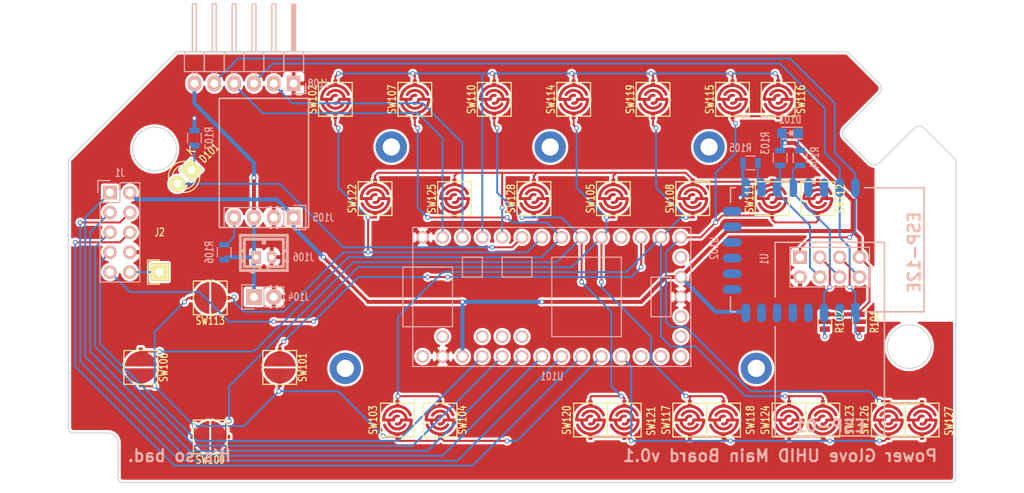
<source format=kicad_pcb>
(kicad_pcb (version 4) (host pcbnew 4.0.1-stable)
  (title_block (title "Power Glove UHID Main Board") (date 2016-03-24) (rev 0.1))
  (layers (0 Top signal) (31 Bottom signal) (34 B.Paste user) (35 F.Paste user) (36 B.SilkS user) (37 F.SilkS user) (38 B.Mask user) (39 F.Mask user) (44 Edge.Cuts user))
  (net 0 "")
  (net 1 GND)
  (net 2 +3.3V)
  (net 3 /ESP_TX)
  (net 4 /ESP_RX)
  (net 5 +BATT)
  (net 6 /FLEX1)
  (net 7 /FLEX2)
  (net 8 /I2C_SCL)
  (net 9 /FLEX3)
  (net 10 /I2C_SDA)
  (net 11 /FLEX4)
  (net 12 /KM_ROW1)
  (net 13 /KM_COL1)
  (net 14 /KM_ROW2)
  (net 15 /KM_ROW3)
  (net 16 /KM_COL2)
  (net 17 /KM_COL3)
  (net 18 /KM_COL4)
  (net 19 /KM_COL5)
  (net 20 /KM_COL6)
  (net 21 "Net-(D101-Pad1)")
  (net 22 "Net-(J105-Pad4)")
  (net 23 "Net-(U101-Pad15)")
  (net 24 "Net-(U101-Pad18)")
  (net 25 "Net-(U101-Pad19)")
  (net 26 "Net-(U101-Pad20)")
  (net 27 "Net-(U101-Pad21)")
  (net 28 "Net-(U101-Pad22)")
  (net 29 "Net-(D102-Pad1)")
  (net 30 "Net-(R101-Pad2)")
  (net 31 "Net-(R102-Pad2)")
  (net 32 "Net-(R103-Pad2)")
  (net 33 "Net-(R104-Pad2)")
  (net 34 "Net-(R105-Pad1)")
  (net 35 "Net-(U102-Pad9)")
  (net 36 "Net-(U102-Pad10)")
  (net 37 "Net-(U102-Pad11)")
  (net 38 "Net-(U102-Pad12)")
  (net 39 "Net-(U102-Pad13)")
  (net 40 "Net-(U102-Pad14)")
  (net 41 "Net-(U102-Pad2)")
  (net 42 "Net-(U102-Pad4)")
  (net 43 "Net-(U102-Pad5)")
  (net 44 "Net-(U102-Pad6)")
  (net 45 "Net-(U102-Pad7)")
  (net 46 "Net-(U102-Pad19)")
  (net 47 "Net-(U102-Pad20)")
  (net 48 /KM_ROW4)
  (net 49 "Net-(U101-Pad33)")
  (net 50 "Net-(U101-Pad34)")
  (net 51 "Net-(U101-Pad35)")
  (net 52 "Net-(U101-Pad36)")
  (net 53 "Net-(U101-Pad37)")
  (net 54 /STATUS_LED)
  (net 55 /TEENSY_RX)
  (net 56 /TEENSY_TX)
  (net 57 "Net-(U101-Pad11)")
  (net 58 /BUZZER)
  (net 59 "Net-(J1-Pad10)")
  (module ESP8266:ESP-01 (layer Bottom) (at 189.23 90.17 270)
    (fp_text reference U1 (at 0.254 4.572 270) (layer B.SilkS) (effects (font (size 1 0.75)) (justify mirror)))
    (fp_text value ESP-01v090)
    (pad 1 thru_hole rect (at 0 0 270) (size 1.7272 1.7272) (drill 1.016) (layers *.Cu *.Mask B.SilkS) (net 3 /ESP_TX))
    (pad 2 thru_hole oval (at 2.54 0 270) (size 1.7272 1.7272) (drill 1.016) (layers *.Cu *.Mask B.SilkS) (net 1 GND))
    (pad 3 thru_hole oval (at 0 -2.54 270) (size 1.7272 1.7272) (drill 1.016) (layers *.Cu *.Mask B.SilkS) (net 31 "Net-(R102-Pad2)"))
    (pad 4 thru_hole oval (at 2.54 -2.54 270) (size 1.7272 1.7272) (drill 1.016) (layers *.Cu *.Mask B.SilkS) (net 32 "Net-(R103-Pad2)"))
    (pad 5 thru_hole oval (at 0 -5.08 270) (size 1.7272 1.7272) (drill 1.016) (layers *.Cu *.Mask B.SilkS) (net 30 "Net-(R101-Pad2)"))
    (pad 6 thru_hole oval (at 2.54 -5.08 270) (size 1.7272 1.7272) (drill 1.016) (layers *.Cu *.Mask B.SilkS) (net 33 "Net-(R104-Pad2)"))
    (pad 7 thru_hole oval (at 0 -7.62 270) (size 1.7272 1.7272) (drill 1.016) (layers *.Cu *.Mask B.SilkS) (net 2 +3.3V))
    (pad 8 thru_hole oval (at 2.54 -7.62 270) (size 1.7272 1.7272) (drill 1.016) (layers *.Cu *.Mask B.SilkS) (net 4 /ESP_RX))
  )
  (module ESP8266:ESP-12E (layer Bottom) (at 196.31 97.28 90)
    (fp_text reference U102 (at 8.255 -18.065 90) (layer B.SilkS) (effects (font (size 1 0.75)) (justify mirror)))
    (fp_text value ESP-12E)
    (pad 9 smd oval (at 2.99 -15.75) (size 2.4 1.1) (layers Bottom B.Paste B.Mask) (net 35 "Net-(U102-Pad9)"))
    (pad 10 smd oval (at 4.99 -15.75) (size 2.4 1.1) (layers Bottom B.Paste B.Mask) (net 36 "Net-(U102-Pad10)"))
    (pad 11 smd oval (at 6.99 -15.75) (size 2.4 1.1) (layers Bottom B.Paste B.Mask) (net 37 "Net-(U102-Pad11)"))
    (pad 12 smd oval (at 8.99 -15.75) (size 2.4 1.1) (layers Bottom B.Paste B.Mask) (net 38 "Net-(U102-Pad12)"))
    (pad 13 smd oval (at 10.99 -15.75) (size 2.4 1.1) (layers Bottom B.Paste B.Mask) (net 39 "Net-(U102-Pad13)"))
    (pad 14 smd oval (at 12.99 -15.75) (size 2.4 1.1) (layers Bottom B.Paste B.Mask) (net 40 "Net-(U102-Pad14)"))
    (pad 1 smd rect (at 0 0 90) (size 2.4 1.1) (layers Bottom B.Paste B.Mask) (net 30 "Net-(R101-Pad2)"))
    (pad 2 smd oval (at 0 -2 90) (size 2.4 1.1) (layers Bottom B.Paste B.Mask) (net 41 "Net-(U102-Pad2)"))
    (pad 3 smd oval (at 0 -4 90) (size 2.4 1.1) (layers Bottom B.Paste B.Mask) (net 31 "Net-(R102-Pad2)"))
    (pad 4 smd oval (at 0 -6 90) (size 2.4 1.1) (layers Bottom B.Paste B.Mask) (net 42 "Net-(U102-Pad4)"))
    (pad 5 smd oval (at 0 -8 90) (size 2.4 1.1) (layers Bottom B.Paste B.Mask) (net 43 "Net-(U102-Pad5)"))
    (pad 6 smd oval (at 0 -10 90) (size 2.4 1.1) (layers Bottom B.Paste B.Mask) (net 44 "Net-(U102-Pad6)"))
    (pad 7 smd oval (at 0 -12 90) (size 2.4 1.1) (layers Bottom B.Paste B.Mask) (net 45 "Net-(U102-Pad7)"))
    (pad 8 smd oval (at 0 -14 90) (size 2.4 1.1) (layers Bottom B.Paste B.Mask) (net 2 +3.3V))
    (pad 15 smd oval (at 16 -14 90) (size 2.4 1.1) (layers Bottom B.Paste B.Mask) (net 1 GND))
    (pad 16 smd oval (at 16 -12 90) (size 2.4 1.1) (layers Bottom B.Paste B.Mask) (net 34 "Net-(R105-Pad1)"))
    (pad 17 smd oval (at 16 -10 90) (size 2.4 1.1) (layers Bottom B.Paste B.Mask) (net 32 "Net-(R103-Pad2)"))
    (pad 18 smd oval (at 16 -8 90) (size 2.4 1.1) (layers Bottom B.Paste B.Mask) (net 33 "Net-(R104-Pad2)"))
    (pad 19 smd oval (at 16 -6 90) (size 2.4 1.1) (layers Bottom B.Paste B.Mask) (net 46 "Net-(U102-Pad19)"))
    (pad 20 smd oval (at 16 -4 90) (size 2.4 1.1) (layers Bottom B.Paste B.Mask) (net 47 "Net-(U102-Pad20)"))
    (pad 21 smd oval (at 16 -2 90) (size 2.4 1.1) (layers Bottom B.Paste B.Mask) (net 4 /ESP_RX))
    (pad 22 smd oval (at 16 0 90) (size 2.4 1.1) (layers Bottom B.Paste B.Mask) (net 3 /ESP_TX))
  )
  (module Teensy:Teensy3.x_LC (layer Bottom) (at 157.48 95.25)
    (fp_text reference U101 (at 0 10.16) (layer B.SilkS) (effects (font (size 1 0.75)) (justify mirror)))
    (fp_text value Teensy-LC)
    (pad 17 thru_hole circle (at 16.51 0) (size 1.6 1.6) (drill 1.1) (layers *.Cu *.Mask B.SilkS) (net 1 GND))
    (pad 18 thru_hole circle (at 16.51 2.54) (size 1.6 1.6) (drill 1.1) (layers *.Cu *.Mask B.SilkS) (net 24 "Net-(U101-Pad18)"))
    (pad 19 thru_hole circle (at 16.51 5.08) (size 1.6 1.6) (drill 1.1) (layers *.Cu *.Mask B.SilkS) (net 25 "Net-(U101-Pad19)"))
    (pad 20 thru_hole circle (at 16.51 7.62) (size 1.6 1.6) (drill 1.1) (layers *.Cu *.Mask B.SilkS) (net 26 "Net-(U101-Pad20)"))
    (pad 16 thru_hole circle (at 16.51 -2.54) (size 1.6 1.6) (drill 1.1) (layers *.Cu *.Mask B.SilkS) (net 2 +3.3V))
    (pad 15 thru_hole circle (at 16.51 -5.08) (size 1.6 1.6) (drill 1.1) (layers *.Cu *.Mask B.SilkS) (net 23 "Net-(U101-Pad15)"))
    (pad 14 thru_hole circle (at 16.51 -7.62) (size 1.6 1.6) (drill 1.1) (layers *.Cu *.Mask B.SilkS) (net 20 /KM_COL6))
    (pad 21 thru_hole circle (at 13.97 7.62) (size 1.6 1.6) (drill 1.1) (layers *.Cu *.Mask B.SilkS) (net 27 "Net-(U101-Pad21)"))
    (pad 22 thru_hole circle (at 11.43 7.62) (size 1.6 1.6) (drill 1.1) (layers *.Cu *.Mask B.SilkS) (net 28 "Net-(U101-Pad22)"))
    (pad 23 thru_hole circle (at 8.89 7.62) (size 1.6 1.6) (drill 1.1) (layers *.Cu *.Mask B.SilkS) (net 48 /KM_ROW4))
    (pad 24 thru_hole circle (at 6.35 7.62) (size 1.6 1.6) (drill 1.1) (layers *.Cu *.Mask B.SilkS) (net 15 /KM_ROW3))
    (pad 25 thru_hole circle (at 3.81 7.62) (size 1.6 1.6) (drill 1.1) (layers *.Cu *.Mask B.SilkS) (net 10 /I2C_SDA))
    (pad 26 thru_hole circle (at 1.27 7.62) (size 1.6 1.6) (drill 1.1) (layers *.Cu *.Mask B.SilkS) (net 8 /I2C_SCL))
    (pad 27 thru_hole circle (at -1.27 7.62) (size 1.6 1.6) (drill 1.1) (layers *.Cu *.Mask B.SilkS) (net 6 /FLEX1))
    (pad 28 thru_hole circle (at -3.81 7.62) (size 1.6 1.6) (drill 1.1) (layers *.Cu *.Mask B.SilkS) (net 7 /FLEX2))
    (pad 29 thru_hole circle (at -6.35 7.62) (size 1.6 1.6) (drill 1.1) (layers *.Cu *.Mask B.SilkS) (net 9 /FLEX3))
    (pad 30 thru_hole circle (at -8.89 7.62) (size 1.6 1.6) (drill 1.1) (layers *.Cu *.Mask B.SilkS) (net 11 /FLEX4))
    (pad 31 thru_hole circle (at -11.43 7.62) (size 1.6 1.6) (drill 1.1) (layers *.Cu *.Mask B.SilkS) (net 2 +3.3V))
    (pad 32 thru_hole circle (at -13.97 7.62) (size 1.6 1.6) (drill 1.1) (layers *.Cu *.Mask B.SilkS) (net 1 GND))
    (pad 33 thru_hole circle (at -16.51 7.62) (size 1.6 1.6) (drill 1.1) (layers *.Cu *.Mask B.SilkS) (net 49 "Net-(U101-Pad33)"))
    (pad 34 thru_hole circle (at -13.97 5.08) (size 1.6 1.6) (drill 1.1) (layers *.Cu *.Mask B.SilkS) (net 50 "Net-(U101-Pad34)"))
    (pad 35 thru_hole circle (at -8.89 5.08) (size 1.6 1.6) (drill 1.1) (layers *.Cu *.Mask B.SilkS) (net 51 "Net-(U101-Pad35)"))
    (pad 36 thru_hole circle (at -6.35 5.08) (size 1.6 1.6) (drill 1.1) (layers *.Cu *.Mask B.SilkS) (net 52 "Net-(U101-Pad36)"))
    (pad 37 thru_hole circle (at -3.81 5.08) (size 1.6 1.6) (drill 1.1) (layers *.Cu *.Mask B.SilkS) (net 53 "Net-(U101-Pad37)"))
    (pad 13 thru_hole circle (at 13.97 -7.62) (size 1.6 1.6) (drill 1.1) (layers *.Cu *.Mask B.SilkS) (net 19 /KM_COL5))
    (pad 12 thru_hole circle (at 11.43 -7.62) (size 1.6 1.6) (drill 1.1) (layers *.Cu *.Mask B.SilkS) (net 58 /BUZZER))
    (pad 11 thru_hole circle (at 8.89 -7.62) (size 1.6 1.6) (drill 1.1) (layers *.Cu *.Mask B.SilkS) (net 57 "Net-(U101-Pad11)"))
    (pad 10 thru_hole circle (at 6.35 -7.62) (size 1.6 1.6) (drill 1.1) (layers *.Cu *.Mask B.SilkS) (net 18 /KM_COL4))
    (pad 9 thru_hole circle (at 3.81 -7.62) (size 1.6 1.6) (drill 1.1) (layers *.Cu *.Mask B.SilkS) (net 17 /KM_COL3))
    (pad 8 thru_hole circle (at 1.27 -7.62) (size 1.6 1.6) (drill 1.1) (layers *.Cu *.Mask B.SilkS) (net 16 /KM_COL2))
    (pad 7 thru_hole circle (at -1.27 -7.62) (size 1.6 1.6) (drill 1.1) (layers *.Cu *.Mask B.SilkS) (net 13 /KM_COL1))
    (pad 6 thru_hole circle (at -3.81 -7.62) (size 1.6 1.6) (drill 1.1) (layers *.Cu *.Mask B.SilkS) (net 54 /STATUS_LED))
    (pad 5 thru_hole circle (at -6.35 -7.62) (size 1.6 1.6) (drill 1.1) (layers *.Cu *.Mask B.SilkS) (net 14 /KM_ROW2))
    (pad 4 thru_hole circle (at -8.89 -7.62) (size 1.6 1.6) (drill 1.1) (layers *.Cu *.Mask B.SilkS) (net 12 /KM_ROW1))
    (pad 3 thru_hole circle (at -11.43 -7.62) (size 1.6 1.6) (drill 1.1) (layers *.Cu *.Mask B.SilkS) (net 56 /TEENSY_TX))
    (pad 2 thru_hole circle (at -13.97 -7.62) (size 1.6 1.6) (drill 1.1) (layers *.Cu *.Mask B.SilkS) (net 55 /TEENSY_RX))
    (pad 1 thru_hole circle (at -16.51 -7.62) (size 1.6 1.6) (drill 1.1) (layers *.Cu *.Mask B.SilkS) (net 1 GND))
  )
  (module Socket_Strips:Socket_Strip_Straight_1x04 (layer Bottom) (at 124.46 85.09 180)
    (fp_text reference J105 (at -3.81 0 180) (layer B.SilkS) (effects (font (size 1 0.75)) (justify mirror)))
    (fp_text value HEADER_4)
    (pad 1 thru_hole rect (at 0 0 180) (size 1.7272 2.032) (drill 1.016) (layers *.Cu *.Mask B.SilkS) (net 2 +3.3V))
    (pad 2 thru_hole oval (at 2.54 0 180) (size 1.7272 2.032) (drill 1.016) (layers *.Cu *.Mask B.SilkS) (net 1 GND))
    (pad 3 thru_hole oval (at 5.08 0 180) (size 1.7272 2.032) (drill 1.016) (layers *.Cu *.Mask B.SilkS) (net 5 +BATT))
    (pad 4 thru_hole oval (at 7.62 0 180) (size 1.7272 2.032) (drill 1.016) (layers *.Cu *.Mask B.SilkS) (net 22 "Net-(J105-Pad4)"))
  )
  (module Resistors_SMD:R_0805 (layer Bottom) (at 189.23 77.47 270)
    (fp_text reference R104 (at 0 -1.905 270) (layer B.SilkS) (effects (font (size 1 0.75)) (justify mirror)))
    (fp_text value 1k)
    (pad 1 smd rect (at -0.95 0 270) (size 0.7 1.3) (layers Bottom B.Paste B.Mask) (net 29 "Net-(D102-Pad1)"))
    (pad 2 smd rect (at 0.95 0 270) (size 0.7 1.3) (layers Bottom B.Paste B.Mask) (net 33 "Net-(R104-Pad2)"))
  )
  (module Resistors_SMD:R_0805 (layer Top) (at 192.405 98.425 270)
    (fp_text reference R102 (at 0 -1.905 270) (layer F.SilkS) (effects (font (size 1 0.75))))
    (fp_text value 10k)
    (pad 1 smd rect (at -0.95 0 270) (size 0.7 1.3) (layers Top F.Paste F.Mask) (net 2 +3.3V))
    (pad 2 smd rect (at 0.95 0 270) (size 0.7 1.3) (layers Top F.Paste F.Mask) (net 31 "Net-(R102-Pad2)"))
  )
  (module LEDs:LED-3MM (layer Top) (at 111.379 78.994 225)
    (fp_text reference D101 (at -3.14309 -0.089803 225) (layer F.SilkS) (effects (font (size 1 0.75))))
    (fp_text value RED)
    (fp_text user K (at -1.69 1.74 225) (layer F.SilkS))
    (pad 1 thru_hole rect (at 0 0 315) (size 2 2) (drill 1.00076) (layers *.Cu *.Mask F.SilkS) (net 21 "Net-(D101-Pad1)"))
    (pad 2 thru_hole circle (at 2.54 0 225) (size 2 2) (drill 1.00076) (layers *.Cu *.Mask F.SilkS) (net 54 /STATUS_LED))
  )
  (module Socket_Strips:Socket_Strip_Straight_1x02 (layer Bottom) (at 119.38 95.25)
    (fp_text reference J104 (at 5.715 0 180) (layer B.SilkS) (effects (font (size 1 0.75)) (justify mirror)))
    (fp_text value HEADER_2)
    (pad 1 thru_hole rect (at 0 0) (size 2.032 2.032) (drill 1.016) (layers *.Cu *.Mask B.SilkS) (net 5 +BATT))
    (pad 2 thru_hole oval (at 2.54 0) (size 2.032 2.032) (drill 1.016) (layers *.Cu *.Mask B.SilkS) (net 1 GND))
  )
  (module Resistors_SMD:R_0805 (layer Top) (at 196.85 98.425 270)
    (fp_text reference R101 (at 0 -1.905 270) (layer F.SilkS) (effects (font (size 1 0.75))))
    (fp_text value 10k)
    (pad 1 smd rect (at -0.95 0 270) (size 0.7 1.3) (layers Top F.Paste F.Mask) (net 2 +3.3V))
    (pad 2 smd rect (at 0.95 0 270) (size 0.7 1.3) (layers Top F.Paste F.Mask) (net 30 "Net-(R101-Pad2)"))
  )
  (module Resistors_SMD:R_0805 (layer Bottom) (at 186.69 77.47 270)
    (fp_text reference R103 (at -1.905 1.905 270) (layer B.SilkS) (effects (font (size 1 0.75)) (justify mirror)))
    (fp_text value 10k)
    (pad 1 smd rect (at -0.95 0 270) (size 0.7 1.3) (layers Bottom B.Paste B.Mask) (net 2 +3.3V))
    (pad 2 smd rect (at 0.95 0 270) (size 0.7 1.3) (layers Bottom B.Paste B.Mask) (net 32 "Net-(R103-Pad2)"))
  )
  (module Resistors_SMD:R_0805 (layer Bottom) (at 182.88 78.105 180)
    (fp_text reference R105 (at 1.27 1.905 180) (layer B.SilkS) (effects (font (size 1 0.75)) (justify mirror)))
    (fp_text value 10k)
    (pad 1 smd rect (at -0.95 0 180) (size 0.7 1.3) (layers Bottom B.Paste B.Mask) (net 34 "Net-(R105-Pad1)"))
    (pad 2 smd rect (at 0.95 0 180) (size 0.7 1.3) (layers Bottom B.Paste B.Mask) (net 1 GND))
  )
  (module Resistors_SMD:R_0805 (layer Bottom) (at 115.57 89.535 90)
    (fp_text reference R106 (at 0 -1.905 90) (layer B.SilkS) (effects (font (size 1 0.75)) (justify mirror)))
    (fp_text value 10k)
    (pad 1 smd rect (at -0.95 0 90) (size 0.7 1.3) (layers Bottom B.Paste B.Mask) (net 5 +BATT))
    (pad 2 smd rect (at 0.95 0 90) (size 0.7 1.3) (layers Bottom B.Paste B.Mask) (net 22 "Net-(J105-Pad4)"))
  )
  (module conductive-button-pads:CONDUCTIVE-PAD-STANDARD-150MIL (layer Top) (at 129.794 69.977)
    (fp_text reference SW102 (at -2.921 0 90) (layer F.SilkS) (effects (font (size 1 0.75))))
    (fp_text value SPST)
    (fp_arc (start 0 0) (end 0.508 0) (angle 104) (layer Top) (width 0.381))
    (fp_arc (start 0 0) (end -1.143 0) (angle -147.9) (layer Top) (width 0.381))
    (fp_line (start -1.778 0) (end -0.508 0) (layer Top) (width 0.381))
    (fp_line (start 1.778 0) (end 0.508 0) (layer Top) (width 0.381))
    (fp_arc (start 0 0) (end 1.778 0) (angle 158.9625075) (layer Top) (width 0.381))
    (fp_arc (start 0 0) (end -1.778 0) (angle 158.9625075) (layer Top) (width 0.381))
    (fp_arc (start 0 0) (end 1.143 0) (angle -147.9) (layer Top) (width 0.381))
    (fp_arc (start 0.004104 -0.01509) (end -0.503896 -0.01509) (angle 104) (layer Top) (width 0.381))
    (pad 1 smd rect (at 0 -2.159) (size 0.508 0.762) (layers Top F.Paste F.Mask) (net 12 /KM_ROW1))
    (pad 2 smd rect (at 0 2.159) (size 0.508 0.762) (layers Top F.Paste F.Mask) (net 13 /KM_COL1))
  )
  (module conductive-button-pads:CONDUCTIVE-PAD-STANDARD-150MIL (layer Top) (at 137.7315 110.998 180)
    (fp_text reference SW103 (at 3.1115 0 270) (layer F.SilkS) (effects (font (size 1 0.75))))
    (fp_text value SPST)
    (fp_arc (start 0 0) (end 0.508 0) (angle 104) (layer Top) (width 0.381))
    (fp_arc (start 0 0) (end -1.143 0) (angle -147.9) (layer Top) (width 0.381))
    (fp_line (start -1.778 0) (end -0.508 0) (layer Top) (width 0.381))
    (fp_line (start 1.778 0) (end 0.508 0) (layer Top) (width 0.381))
    (fp_arc (start 0 0) (end 1.778 0) (angle 158.9625075) (layer Top) (width 0.381))
    (fp_arc (start 0 0) (end -1.778 0) (angle 158.9625075) (layer Top) (width 0.381))
    (fp_arc (start 0 0) (end 1.143 0) (angle -147.9) (layer Top) (width 0.381))
    (fp_arc (start 0.004104 -0.01509) (end -0.503896 -0.01509) (angle 104) (layer Top) (width 0.381))
    (pad 1 smd rect (at 0 -2.159 180) (size 0.508 0.762) (layers Top F.Paste F.Mask) (net 15 /KM_ROW3))
    (pad 2 smd rect (at 0 2.159 180) (size 0.508 0.762) (layers Top F.Paste F.Mask) (net 19 /KM_COL5))
  )
  (module conductive-button-pads:CONDUCTIVE-PAD-STANDARD-150MIL (layer Top) (at 143.1925 110.998 180)
    (fp_text reference SW104 (at -2.8575 0 270) (layer F.SilkS) (effects (font (size 1 0.75))))
    (fp_text value SPST)
    (fp_arc (start 0 0) (end 0.508 0) (angle 104) (layer Top) (width 0.381))
    (fp_arc (start 0 0) (end -1.143 0) (angle -147.9) (layer Top) (width 0.381))
    (fp_line (start -1.778 0) (end -0.508 0) (layer Top) (width 0.381))
    (fp_line (start 1.778 0) (end 0.508 0) (layer Top) (width 0.381))
    (fp_arc (start 0 0) (end 1.778 0) (angle 158.9625075) (layer Top) (width 0.381))
    (fp_arc (start 0 0) (end -1.778 0) (angle 158.9625075) (layer Top) (width 0.381))
    (fp_arc (start 0 0) (end 1.143 0) (angle -147.9) (layer Top) (width 0.381))
    (fp_arc (start 0.004104 -0.01509) (end -0.503896 -0.01509) (angle 104) (layer Top) (width 0.381))
    (pad 1 smd rect (at 0 -2.159 180) (size 0.508 0.762) (layers Top F.Paste F.Mask) (net 15 /KM_ROW3))
    (pad 2 smd rect (at 0 2.159 180) (size 0.508 0.762) (layers Top F.Paste F.Mask) (net 19 /KM_COL5))
  )
  (module conductive-button-pads:CONDUCTIVE-PAD-STANDARD-150MIL (layer Top) (at 165.354 82.677)
    (fp_text reference SW105 (at -2.921 0 90) (layer F.SilkS) (effects (font (size 1 0.75))))
    (fp_text value SPST)
    (fp_arc (start 0 0) (end 0.508 0) (angle 104) (layer Top) (width 0.381))
    (fp_arc (start 0 0) (end -1.143 0) (angle -147.9) (layer Top) (width 0.381))
    (fp_line (start -1.778 0) (end -0.508 0) (layer Top) (width 0.381))
    (fp_line (start 1.778 0) (end 0.508 0) (layer Top) (width 0.381))
    (fp_arc (start 0 0) (end 1.778 0) (angle 158.9625075) (layer Top) (width 0.381))
    (fp_arc (start 0 0) (end -1.778 0) (angle 158.9625075) (layer Top) (width 0.381))
    (fp_arc (start 0 0) (end 1.143 0) (angle -147.9) (layer Top) (width 0.381))
    (fp_arc (start 0.004104 -0.01509) (end -0.503896 -0.01509) (angle 104) (layer Top) (width 0.381))
    (pad 1 smd rect (at 0 -2.159) (size 0.508 0.762) (layers Top F.Paste F.Mask) (net 14 /KM_ROW2))
    (pad 2 smd rect (at 0 2.159) (size 0.508 0.762) (layers Top F.Paste F.Mask) (net 18 /KM_COL4))
  )
  (module conductive-button-pads:CONDUCTIVE-PAD-STANDARD-150MIL (layer Top) (at 139.954 69.977)
    (fp_text reference SW107 (at -2.921 0 90) (layer F.SilkS) (effects (font (size 1 0.75))))
    (fp_text value SPST)
    (fp_arc (start 0 0) (end 0.508 0) (angle 104) (layer Top) (width 0.381))
    (fp_arc (start 0 0) (end -1.143 0) (angle -147.9) (layer Top) (width 0.381))
    (fp_line (start -1.778 0) (end -0.508 0) (layer Top) (width 0.381))
    (fp_line (start 1.778 0) (end 0.508 0) (layer Top) (width 0.381))
    (fp_arc (start 0 0) (end 1.778 0) (angle 158.9625075) (layer Top) (width 0.381))
    (fp_arc (start 0 0) (end -1.778 0) (angle 158.9625075) (layer Top) (width 0.381))
    (fp_arc (start 0 0) (end 1.143 0) (angle -147.9) (layer Top) (width 0.381))
    (fp_arc (start 0.004104 -0.01509) (end -0.503896 -0.01509) (angle 104) (layer Top) (width 0.381))
    (pad 1 smd rect (at 0 -2.159) (size 0.508 0.762) (layers Top F.Paste F.Mask) (net 12 /KM_ROW1))
    (pad 2 smd rect (at 0 2.159) (size 0.508 0.762) (layers Top F.Paste F.Mask) (net 16 /KM_COL2))
  )
  (module conductive-button-pads:CONDUCTIVE-PAD-STANDARD-150MIL (layer Top) (at 175.514 82.677)
    (fp_text reference SW108 (at -2.921 0 90) (layer F.SilkS) (effects (font (size 1 0.75))))
    (fp_text value SPST)
    (fp_arc (start 0 0) (end 0.508 0) (angle 104) (layer Top) (width 0.381))
    (fp_arc (start 0 0) (end -1.143 0) (angle -147.9) (layer Top) (width 0.381))
    (fp_line (start -1.778 0) (end -0.508 0) (layer Top) (width 0.381))
    (fp_line (start 1.778 0) (end 0.508 0) (layer Top) (width 0.381))
    (fp_arc (start 0 0) (end 1.778 0) (angle 158.9625075) (layer Top) (width 0.381))
    (fp_arc (start 0 0) (end -1.778 0) (angle 158.9625075) (layer Top) (width 0.381))
    (fp_arc (start 0 0) (end 1.143 0) (angle -147.9) (layer Top) (width 0.381))
    (fp_arc (start 0.004104 -0.01509) (end -0.503896 -0.01509) (angle 104) (layer Top) (width 0.381))
    (pad 1 smd rect (at 0 -2.159) (size 0.508 0.762) (layers Top F.Paste F.Mask) (net 14 /KM_ROW2))
    (pad 2 smd rect (at 0 2.159) (size 0.508 0.762) (layers Top F.Paste F.Mask) (net 19 /KM_COL5))
  )
  (module conductive-button-pads:CONDUCTIVE-PAD-STANDARD-150MIL (layer Top) (at 150.114 69.977)
    (fp_text reference SW110 (at -2.921 0 90) (layer F.SilkS) (effects (font (size 1 0.75))))
    (fp_text value SPST)
    (fp_arc (start 0 0) (end 0.508 0) (angle 104) (layer Top) (width 0.381))
    (fp_arc (start 0 0) (end -1.143 0) (angle -147.9) (layer Top) (width 0.381))
    (fp_line (start -1.778 0) (end -0.508 0) (layer Top) (width 0.381))
    (fp_line (start 1.778 0) (end 0.508 0) (layer Top) (width 0.381))
    (fp_arc (start 0 0) (end 1.778 0) (angle 158.9625075) (layer Top) (width 0.381))
    (fp_arc (start 0 0) (end -1.778 0) (angle 158.9625075) (layer Top) (width 0.381))
    (fp_arc (start 0 0) (end 1.143 0) (angle -147.9) (layer Top) (width 0.381))
    (fp_arc (start 0.004104 -0.01509) (end -0.503896 -0.01509) (angle 104) (layer Top) (width 0.381))
    (pad 1 smd rect (at 0 -2.159) (size 0.508 0.762) (layers Top F.Paste F.Mask) (net 12 /KM_ROW1))
    (pad 2 smd rect (at 0 2.159) (size 0.508 0.762) (layers Top F.Paste F.Mask) (net 17 /KM_COL3))
  )
  (module conductive-button-pads:CONDUCTIVE-PAD-STANDARD-150MIL (layer Top) (at 185.674 82.677)
    (fp_text reference SW111 (at -2.921 0 90) (layer F.SilkS) (effects (font (size 1 0.75))))
    (fp_text value SPST)
    (fp_arc (start 0 0) (end 0.508 0) (angle 104) (layer Top) (width 0.381))
    (fp_arc (start 0 0) (end -1.143 0) (angle -147.9) (layer Top) (width 0.381))
    (fp_line (start -1.778 0) (end -0.508 0) (layer Top) (width 0.381))
    (fp_line (start 1.778 0) (end 0.508 0) (layer Top) (width 0.381))
    (fp_arc (start 0 0) (end 1.778 0) (angle 158.9625075) (layer Top) (width 0.381))
    (fp_arc (start 0 0) (end -1.778 0) (angle 158.9625075) (layer Top) (width 0.381))
    (fp_arc (start 0 0) (end 1.143 0) (angle -147.9) (layer Top) (width 0.381))
    (fp_arc (start 0.004104 -0.01509) (end -0.503896 -0.01509) (angle 104) (layer Top) (width 0.381))
    (pad 1 smd rect (at 0 -2.159) (size 0.508 0.762) (layers Top F.Paste F.Mask) (net 14 /KM_ROW2))
    (pad 2 smd rect (at 0 2.159) (size 0.508 0.762) (layers Top F.Paste F.Mask) (net 20 /KM_COL6))
  )
  (module conductive-button-pads:CONDUCTIVE-PAD-STANDARD-150MIL (layer Top) (at 191.516 82.677)
    (fp_text reference SW112 (at 2.921 0 90) (layer F.SilkS) (effects (font (size 1 0.75))))
    (fp_text value SPST)
    (fp_arc (start 0 0) (end 0.508 0) (angle 104) (layer Top) (width 0.381))
    (fp_arc (start 0 0) (end -1.143 0) (angle -147.9) (layer Top) (width 0.381))
    (fp_line (start -1.778 0) (end -0.508 0) (layer Top) (width 0.381))
    (fp_line (start 1.778 0) (end 0.508 0) (layer Top) (width 0.381))
    (fp_arc (start 0 0) (end 1.778 0) (angle 158.9625075) (layer Top) (width 0.381))
    (fp_arc (start 0 0) (end -1.778 0) (angle 158.9625075) (layer Top) (width 0.381))
    (fp_arc (start 0 0) (end 1.143 0) (angle -147.9) (layer Top) (width 0.381))
    (fp_arc (start 0.004104 -0.01509) (end -0.503896 -0.01509) (angle 104) (layer Top) (width 0.381))
    (pad 1 smd rect (at 0 -2.159) (size 0.508 0.762) (layers Top F.Paste F.Mask) (net 14 /KM_ROW2))
    (pad 2 smd rect (at 0 2.159) (size 0.508 0.762) (layers Top F.Paste F.Mask) (net 20 /KM_COL6))
  )
  (module conductive-button-pads:CONDUCTIVE-PAD-STANDARD-150MIL (layer Top) (at 160.274 69.977)
    (fp_text reference SW114 (at -2.921 0 90) (layer F.SilkS) (effects (font (size 1 0.75))))
    (fp_text value SPST)
    (fp_arc (start 0 0) (end 0.508 0) (angle 104) (layer Top) (width 0.381))
    (fp_arc (start 0 0) (end -1.143 0) (angle -147.9) (layer Top) (width 0.381))
    (fp_line (start -1.778 0) (end -0.508 0) (layer Top) (width 0.381))
    (fp_line (start 1.778 0) (end 0.508 0) (layer Top) (width 0.381))
    (fp_arc (start 0 0) (end 1.778 0) (angle 158.9625075) (layer Top) (width 0.381))
    (fp_arc (start 0 0) (end -1.778 0) (angle 158.9625075) (layer Top) (width 0.381))
    (fp_arc (start 0 0) (end 1.143 0) (angle -147.9) (layer Top) (width 0.381))
    (fp_arc (start 0.004104 -0.01509) (end -0.503896 -0.01509) (angle 104) (layer Top) (width 0.381))
    (pad 1 smd rect (at 0 -2.159) (size 0.508 0.762) (layers Top F.Paste F.Mask) (net 12 /KM_ROW1))
    (pad 2 smd rect (at 0 2.159) (size 0.508 0.762) (layers Top F.Paste F.Mask) (net 18 /KM_COL4))
  )
  (module conductive-button-pads:CONDUCTIVE-PAD-STANDARD-150MIL (layer Top) (at 180.594 69.977)
    (fp_text reference SW115 (at -2.921 0 90) (layer F.SilkS) (effects (font (size 1 0.75))))
    (fp_text value SPST)
    (fp_arc (start 0 0) (end 0.508 0) (angle 104) (layer Top) (width 0.381))
    (fp_arc (start 0 0) (end -1.143 0) (angle -147.9) (layer Top) (width 0.381))
    (fp_line (start -1.778 0) (end -0.508 0) (layer Top) (width 0.381))
    (fp_line (start 1.778 0) (end 0.508 0) (layer Top) (width 0.381))
    (fp_arc (start 0 0) (end 1.778 0) (angle 158.9625075) (layer Top) (width 0.381))
    (fp_arc (start 0 0) (end -1.778 0) (angle 158.9625075) (layer Top) (width 0.381))
    (fp_arc (start 0 0) (end 1.143 0) (angle -147.9) (layer Top) (width 0.381))
    (fp_arc (start 0.004104 -0.01509) (end -0.503896 -0.01509) (angle 104) (layer Top) (width 0.381))
    (pad 1 smd rect (at 0 -2.159) (size 0.508 0.762) (layers Top F.Paste F.Mask) (net 12 /KM_ROW1))
    (pad 2 smd rect (at 0 2.159) (size 0.508 0.762) (layers Top F.Paste F.Mask) (net 20 /KM_COL6))
  )
  (module conductive-button-pads:CONDUCTIVE-PAD-STANDARD-150MIL (layer Top) (at 186.436 69.977)
    (fp_text reference SW116 (at 2.921 0 90) (layer F.SilkS) (effects (font (size 1 0.75))))
    (fp_text value SPST)
    (fp_arc (start 0 0) (end 0.508 0) (angle 104) (layer Top) (width 0.381))
    (fp_arc (start 0 0) (end -1.143 0) (angle -147.9) (layer Top) (width 0.381))
    (fp_line (start -1.778 0) (end -0.508 0) (layer Top) (width 0.381))
    (fp_line (start 1.778 0) (end 0.508 0) (layer Top) (width 0.381))
    (fp_arc (start 0 0) (end 1.778 0) (angle 158.9625075) (layer Top) (width 0.381))
    (fp_arc (start 0 0) (end -1.778 0) (angle 158.9625075) (layer Top) (width 0.381))
    (fp_arc (start 0 0) (end 1.143 0) (angle -147.9) (layer Top) (width 0.381))
    (fp_arc (start 0.004104 -0.01509) (end -0.503896 -0.01509) (angle 104) (layer Top) (width 0.381))
    (pad 1 smd rect (at 0 -2.159) (size 0.508 0.762) (layers Top F.Paste F.Mask) (net 12 /KM_ROW1))
    (pad 2 smd rect (at 0 2.159) (size 0.508 0.762) (layers Top F.Paste F.Mask) (net 20 /KM_COL6))
  )
  (module conductive-button-pads:CONDUCTIVE-PAD-STANDARD-150MIL (layer Top) (at 175.133 110.998 180)
    (fp_text reference SW117 (at 3.048 0 270) (layer F.SilkS) (effects (font (size 1 0.75))))
    (fp_text value SPST)
    (fp_arc (start 0 0) (end 0.508 0) (angle 104) (layer Top) (width 0.381))
    (fp_arc (start 0 0) (end -1.143 0) (angle -147.9) (layer Top) (width 0.381))
    (fp_line (start -1.778 0) (end -0.508 0) (layer Top) (width 0.381))
    (fp_line (start 1.778 0) (end 0.508 0) (layer Top) (width 0.381))
    (fp_arc (start 0 0) (end 1.778 0) (angle 158.9625075) (layer Top) (width 0.381))
    (fp_arc (start 0 0) (end -1.778 0) (angle 158.9625075) (layer Top) (width 0.381))
    (fp_arc (start 0 0) (end 1.143 0) (angle -147.9) (layer Top) (width 0.381))
    (fp_arc (start 0.004104 -0.01509) (end -0.503896 -0.01509) (angle 104) (layer Top) (width 0.381))
    (pad 1 smd rect (at 0 -2.159 180) (size 0.508 0.762) (layers Top F.Paste F.Mask) (net 48 /KM_ROW4))
    (pad 2 smd rect (at 0 2.159 180) (size 0.508 0.762) (layers Top F.Paste F.Mask) (net 18 /KM_COL4))
  )
  (module conductive-button-pads:CONDUCTIVE-PAD-STANDARD-150MIL (layer Top) (at 179.451 110.998 180)
    (fp_text reference SW118 (at -3.429 0 270) (layer F.SilkS) (effects (font (size 1 0.75))))
    (fp_text value SPST)
    (fp_arc (start 0 0) (end 0.508 0) (angle 104) (layer Top) (width 0.381))
    (fp_arc (start 0 0) (end -1.143 0) (angle -147.9) (layer Top) (width 0.381))
    (fp_line (start -1.778 0) (end -0.508 0) (layer Top) (width 0.381))
    (fp_line (start 1.778 0) (end 0.508 0) (layer Top) (width 0.381))
    (fp_arc (start 0 0) (end 1.778 0) (angle 158.9625075) (layer Top) (width 0.381))
    (fp_arc (start 0 0) (end -1.778 0) (angle 158.9625075) (layer Top) (width 0.381))
    (fp_arc (start 0 0) (end 1.143 0) (angle -147.9) (layer Top) (width 0.381))
    (fp_arc (start 0.004104 -0.01509) (end -0.503896 -0.01509) (angle 104) (layer Top) (width 0.381))
    (pad 1 smd rect (at 0 -2.159 180) (size 0.508 0.762) (layers Top F.Paste F.Mask) (net 48 /KM_ROW4))
    (pad 2 smd rect (at 0 2.159 180) (size 0.508 0.762) (layers Top F.Paste F.Mask) (net 18 /KM_COL4))
  )
  (module conductive-button-pads:CONDUCTIVE-PAD-STANDARD-150MIL (layer Top) (at 170.434 69.977)
    (fp_text reference SW119 (at -2.921 0 90) (layer F.SilkS) (effects (font (size 1 0.75))))
    (fp_text value SPST)
    (fp_arc (start 0 0) (end 0.508 0) (angle 104) (layer Top) (width 0.381))
    (fp_arc (start 0 0) (end -1.143 0) (angle -147.9) (layer Top) (width 0.381))
    (fp_line (start -1.778 0) (end -0.508 0) (layer Top) (width 0.381))
    (fp_line (start 1.778 0) (end 0.508 0) (layer Top) (width 0.381))
    (fp_arc (start 0 0) (end 1.778 0) (angle 158.9625075) (layer Top) (width 0.381))
    (fp_arc (start 0 0) (end -1.778 0) (angle 158.9625075) (layer Top) (width 0.381))
    (fp_arc (start 0 0) (end 1.143 0) (angle -147.9) (layer Top) (width 0.381))
    (fp_arc (start 0.004104 -0.01509) (end -0.503896 -0.01509) (angle 104) (layer Top) (width 0.381))
    (pad 1 smd rect (at 0 -2.159) (size 0.508 0.762) (layers Top F.Paste F.Mask) (net 12 /KM_ROW1))
    (pad 2 smd rect (at 0 2.159) (size 0.508 0.762) (layers Top F.Paste F.Mask) (net 19 /KM_COL5))
  )
  (module conductive-button-pads:CONDUCTIVE-PAD-STANDARD-150MIL (layer Top) (at 162.433 110.998 180)
    (fp_text reference SW120 (at 3.048 0 270) (layer F.SilkS) (effects (font (size 1 0.75))))
    (fp_text value SPST)
    (fp_arc (start 0 0) (end 0.508 0) (angle 104) (layer Top) (width 0.381))
    (fp_arc (start 0 0) (end -1.143 0) (angle -147.9) (layer Top) (width 0.381))
    (fp_line (start -1.778 0) (end -0.508 0) (layer Top) (width 0.381))
    (fp_line (start 1.778 0) (end 0.508 0) (layer Top) (width 0.381))
    (fp_arc (start 0 0) (end 1.778 0) (angle 158.9625075) (layer Top) (width 0.381))
    (fp_arc (start 0 0) (end -1.778 0) (angle 158.9625075) (layer Top) (width 0.381))
    (fp_arc (start 0 0) (end 1.143 0) (angle -147.9) (layer Top) (width 0.381))
    (fp_arc (start 0.004104 -0.01509) (end -0.503896 -0.01509) (angle 104) (layer Top) (width 0.381))
    (pad 1 smd rect (at 0 -2.159 180) (size 0.508 0.762) (layers Top F.Paste F.Mask) (net 48 /KM_ROW4))
    (pad 2 smd rect (at 0 2.159 180) (size 0.508 0.762) (layers Top F.Paste F.Mask) (net 17 /KM_COL3))
  )
  (module conductive-button-pads:CONDUCTIVE-PAD-STANDARD-150MIL (layer Top) (at 166.751 110.998 180)
    (fp_text reference SW121 (at -3.429 -0.127 270) (layer F.SilkS) (effects (font (size 1 0.75))))
    (fp_text value SPST)
    (fp_arc (start 0 0) (end 0.508 0) (angle 104) (layer Top) (width 0.381))
    (fp_arc (start 0 0) (end -1.143 0) (angle -147.9) (layer Top) (width 0.381))
    (fp_line (start -1.778 0) (end -0.508 0) (layer Top) (width 0.381))
    (fp_line (start 1.778 0) (end 0.508 0) (layer Top) (width 0.381))
    (fp_arc (start 0 0) (end 1.778 0) (angle 158.9625075) (layer Top) (width 0.381))
    (fp_arc (start 0 0) (end -1.778 0) (angle 158.9625075) (layer Top) (width 0.381))
    (fp_arc (start 0 0) (end 1.143 0) (angle -147.9) (layer Top) (width 0.381))
    (fp_arc (start 0.004104 -0.01509) (end -0.503896 -0.01509) (angle 104) (layer Top) (width 0.381))
    (pad 1 smd rect (at 0 -2.159 180) (size 0.508 0.762) (layers Top F.Paste F.Mask) (net 48 /KM_ROW4))
    (pad 2 smd rect (at 0 2.159 180) (size 0.508 0.762) (layers Top F.Paste F.Mask) (net 17 /KM_COL3))
  )
  (module conductive-button-pads:CONDUCTIVE-PAD-STANDARD-150MIL (layer Top) (at 134.874 82.677)
    (fp_text reference SW122 (at -2.921 0 90) (layer F.SilkS) (effects (font (size 1 0.75))))
    (fp_text value SPST)
    (fp_arc (start 0 0) (end 0.508 0) (angle 104) (layer Top) (width 0.381))
    (fp_arc (start 0 0) (end -1.143 0) (angle -147.9) (layer Top) (width 0.381))
    (fp_line (start -1.778 0) (end -0.508 0) (layer Top) (width 0.381))
    (fp_line (start 1.778 0) (end 0.508 0) (layer Top) (width 0.381))
    (fp_arc (start 0 0) (end 1.778 0) (angle 158.9625075) (layer Top) (width 0.381))
    (fp_arc (start 0 0) (end -1.778 0) (angle 158.9625075) (layer Top) (width 0.381))
    (fp_arc (start 0 0) (end 1.143 0) (angle -147.9) (layer Top) (width 0.381))
    (fp_arc (start 0.004104 -0.01509) (end -0.503896 -0.01509) (angle 104) (layer Top) (width 0.381))
    (pad 1 smd rect (at 0 -2.159) (size 0.508 0.762) (layers Top F.Paste F.Mask) (net 14 /KM_ROW2))
    (pad 2 smd rect (at 0 2.159) (size 0.508 0.762) (layers Top F.Paste F.Mask) (net 13 /KM_COL1))
  )
  (module conductive-button-pads:CONDUCTIVE-PAD-STANDARD-150MIL (layer Top) (at 187.833 110.998 180)
    (fp_text reference SW123 (at -7.747 0 270) (layer F.SilkS) (effects (font (size 1 0.75))))
    (fp_text value SPST)
    (fp_arc (start 0 0) (end 0.508 0) (angle 104) (layer Top) (width 0.381))
    (fp_arc (start 0 0) (end -1.143 0) (angle -147.9) (layer Top) (width 0.381))
    (fp_line (start -1.778 0) (end -0.508 0) (layer Top) (width 0.381))
    (fp_line (start 1.778 0) (end 0.508 0) (layer Top) (width 0.381))
    (fp_arc (start 0 0) (end 1.778 0) (angle 158.9625075) (layer Top) (width 0.381))
    (fp_arc (start 0 0) (end -1.778 0) (angle 158.9625075) (layer Top) (width 0.381))
    (fp_arc (start 0 0) (end 1.143 0) (angle -147.9) (layer Top) (width 0.381))
    (fp_arc (start 0.004104 -0.01509) (end -0.503896 -0.01509) (angle 104) (layer Top) (width 0.381))
    (pad 1 smd rect (at 0 -2.159 180) (size 0.508 0.762) (layers Top F.Paste F.Mask) (net 48 /KM_ROW4))
    (pad 2 smd rect (at 0 2.159 180) (size 0.508 0.762) (layers Top F.Paste F.Mask) (net 19 /KM_COL5))
  )
  (module conductive-button-pads:CONDUCTIVE-PAD-STANDARD-150MIL (layer Top) (at 192.151 110.998 180)
    (fp_text reference SW124 (at 7.366 0 270) (layer F.SilkS) (effects (font (size 1 0.75))))
    (fp_text value SPST)
    (fp_arc (start 0 0) (end 0.508 0) (angle 104) (layer Top) (width 0.381))
    (fp_arc (start 0 0) (end -1.143 0) (angle -147.9) (layer Top) (width 0.381))
    (fp_line (start -1.778 0) (end -0.508 0) (layer Top) (width 0.381))
    (fp_line (start 1.778 0) (end 0.508 0) (layer Top) (width 0.381))
    (fp_arc (start 0 0) (end 1.778 0) (angle 158.9625075) (layer Top) (width 0.381))
    (fp_arc (start 0 0) (end -1.778 0) (angle 158.9625075) (layer Top) (width 0.381))
    (fp_arc (start 0 0) (end 1.143 0) (angle -147.9) (layer Top) (width 0.381))
    (fp_arc (start 0.004104 -0.01509) (end -0.503896 -0.01509) (angle 104) (layer Top) (width 0.381))
    (pad 1 smd rect (at 0 -2.159 180) (size 0.508 0.762) (layers Top F.Paste F.Mask) (net 48 /KM_ROW4))
    (pad 2 smd rect (at 0 2.159 180) (size 0.508 0.762) (layers Top F.Paste F.Mask) (net 19 /KM_COL5))
  )
  (module conductive-button-pads:CONDUCTIVE-PAD-STANDARD-150MIL (layer Top) (at 145.034 82.677)
    (fp_text reference SW125 (at -2.921 0 90) (layer F.SilkS) (effects (font (size 1 0.75))))
    (fp_text value SPST)
    (fp_arc (start 0 0) (end 0.508 0) (angle 104) (layer Top) (width 0.381))
    (fp_arc (start 0 0) (end -1.143 0) (angle -147.9) (layer Top) (width 0.381))
    (fp_line (start -1.778 0) (end -0.508 0) (layer Top) (width 0.381))
    (fp_line (start 1.778 0) (end 0.508 0) (layer Top) (width 0.381))
    (fp_arc (start 0 0) (end 1.778 0) (angle 158.9625075) (layer Top) (width 0.381))
    (fp_arc (start 0 0) (end -1.778 0) (angle 158.9625075) (layer Top) (width 0.381))
    (fp_arc (start 0 0) (end 1.143 0) (angle -147.9) (layer Top) (width 0.381))
    (fp_arc (start 0.004104 -0.01509) (end -0.503896 -0.01509) (angle 104) (layer Top) (width 0.381))
    (pad 1 smd rect (at 0 -2.159) (size 0.508 0.762) (layers Top F.Paste F.Mask) (net 14 /KM_ROW2))
    (pad 2 smd rect (at 0 2.159) (size 0.508 0.762) (layers Top F.Paste F.Mask) (net 16 /KM_COL2))
  )
  (module conductive-button-pads:CONDUCTIVE-PAD-STANDARD-150MIL (layer Top) (at 200.533 110.998 180)
    (fp_text reference SW126 (at 3.048 0 270) (layer F.SilkS) (effects (font (size 1 0.75))))
    (fp_text value SPST)
    (fp_arc (start 0 0) (end 0.508 0) (angle 104) (layer Top) (width 0.381))
    (fp_arc (start 0 0) (end -1.143 0) (angle -147.9) (layer Top) (width 0.381))
    (fp_line (start -1.778 0) (end -0.508 0) (layer Top) (width 0.381))
    (fp_line (start 1.778 0) (end 0.508 0) (layer Top) (width 0.381))
    (fp_arc (start 0 0) (end 1.778 0) (angle 158.9625075) (layer Top) (width 0.381))
    (fp_arc (start 0 0) (end -1.778 0) (angle 158.9625075) (layer Top) (width 0.381))
    (fp_arc (start 0 0) (end 1.143 0) (angle -147.9) (layer Top) (width 0.381))
    (fp_arc (start 0.004104 -0.01509) (end -0.503896 -0.01509) (angle 104) (layer Top) (width 0.381))
    (pad 1 smd rect (at 0 -2.159 180) (size 0.508 0.762) (layers Top F.Paste F.Mask) (net 48 /KM_ROW4))
    (pad 2 smd rect (at 0 2.159 180) (size 0.508 0.762) (layers Top F.Paste F.Mask) (net 20 /KM_COL6))
  )
  (module conductive-button-pads:CONDUCTIVE-PAD-STANDARD-150MIL (layer Top) (at 204.851 110.998 180)
    (fp_text reference SW127 (at -3.429 -0.127 270) (layer F.SilkS) (effects (font (size 1 0.75))))
    (fp_text value SPST)
    (fp_arc (start 0 0) (end 0.508 0) (angle 104) (layer Top) (width 0.381))
    (fp_arc (start 0 0) (end -1.143 0) (angle -147.9) (layer Top) (width 0.381))
    (fp_line (start -1.778 0) (end -0.508 0) (layer Top) (width 0.381))
    (fp_line (start 1.778 0) (end 0.508 0) (layer Top) (width 0.381))
    (fp_arc (start 0 0) (end 1.778 0) (angle 158.9625075) (layer Top) (width 0.381))
    (fp_arc (start 0 0) (end -1.778 0) (angle 158.9625075) (layer Top) (width 0.381))
    (fp_arc (start 0 0) (end 1.143 0) (angle -147.9) (layer Top) (width 0.381))
    (fp_arc (start 0.004104 -0.01509) (end -0.503896 -0.01509) (angle 104) (layer Top) (width 0.381))
    (pad 1 smd rect (at 0 -2.159 180) (size 0.508 0.762) (layers Top F.Paste F.Mask) (net 48 /KM_ROW4))
    (pad 2 smd rect (at 0 2.159 180) (size 0.508 0.762) (layers Top F.Paste F.Mask) (net 20 /KM_COL6))
  )
  (module conductive-button-pads:CONDUCTIVE-PAD-STANDARD-150MIL (layer Top) (at 155.194 82.677)
    (fp_text reference SW128 (at -2.921 0 90) (layer F.SilkS) (effects (font (size 1 0.75))))
    (fp_text value SPST)
    (fp_arc (start 0 0) (end 0.508 0) (angle 104) (layer Top) (width 0.381))
    (fp_arc (start 0 0) (end -1.143 0) (angle -147.9) (layer Top) (width 0.381))
    (fp_line (start -1.778 0) (end -0.508 0) (layer Top) (width 0.381))
    (fp_line (start 1.778 0) (end 0.508 0) (layer Top) (width 0.381))
    (fp_arc (start 0 0) (end 1.778 0) (angle 158.9625075) (layer Top) (width 0.381))
    (fp_arc (start 0 0) (end -1.778 0) (angle 158.9625075) (layer Top) (width 0.381))
    (fp_arc (start 0 0) (end 1.143 0) (angle -147.9) (layer Top) (width 0.381))
    (fp_arc (start 0.004104 -0.01509) (end -0.503896 -0.01509) (angle 104) (layer Top) (width 0.381))
    (pad 1 smd rect (at 0 -2.159) (size 0.508 0.762) (layers Top F.Paste F.Mask) (net 14 /KM_ROW2))
    (pad 2 smd rect (at 0 2.159) (size 0.508 0.762) (layers Top F.Paste F.Mask) (net 17 /KM_COL3))
  )
  (module Resistors_SMD:R_0805 (layer Bottom) (at 111.76 74.93 90)
    (fp_text reference R107 (at 0 1.905 90) (layer B.SilkS) (effects (font (size 1 0.75)) (justify mirror)))
    (fp_text value 1k)
    (pad 1 smd rect (at -0.95 0 90) (size 0.7 1.3) (layers Bottom B.Paste B.Mask) (net 21 "Net-(D101-Pad1)"))
    (pad 2 smd rect (at 0.95 0 90) (size 0.7 1.3) (layers Bottom B.Paste B.Mask) (net 1 GND))
  )
  (module LEDs:LED_0805 (layer Bottom) (at 187.96 74.295 180)
    (fp_text reference D102 (at 0 1.75 180) (layer B.SilkS) (effects (font (size 1 0.75)) (justify mirror)))
    (fp_text value RED)
    (pad 2 smd rect (at 1.04902 0) (size 1.19888 1.19888) (layers Bottom B.Paste B.Mask) (net 2 +3.3V))
    (pad 1 smd rect (at -1.04902 0) (size 1.19888 1.19888) (layers Bottom B.Paste B.Mask) (net 29 "Net-(D102-Pad1)"))
  )
  (module conductive-button-pads:CONDUCTIVE-PAD-HALFSHELL-150MIL (layer Top) (at 113.792 95.377 90)
    (fp_text reference SW113 (at -2.921 0 180) (layer F.SilkS) (effects (font (size 1 0.75))))
    (fp_text value SPST)
    (fp_line (start -1.905 -0.254) (end 1.905 -0.254) (layer Top) (width 0.254))
    (fp_arc (start 0 0) (end -0.127 -0.254) (angle 53.1) (layer Top) (width 0.254))
    (fp_arc (start 0 0) (end -0.381 -0.254) (angle 112.6) (layer Top) (width 0.254))
    (fp_arc (start 0 0) (end -0.635 -0.254) (angle 136.3) (layer Top) (width 0.254))
    (fp_arc (start 0 0) (end -0.889 -0.254) (angle 148.1) (layer Top) (width 0.254))
    (fp_arc (start 0 0) (end -1.143 -0.254) (angle 154.9) (layer Top) (width 0.254))
    (fp_arc (start 0 0) (end -1.397 -0.254) (angle 159.3) (layer Top) (width 0.254))
    (fp_arc (start 0 0) (end -1.651 -0.254) (angle 162.5) (layer Top) (width 0.254))
    (fp_arc (start 0 0) (end -1.905 -0.254) (angle 164.8) (layer Top) (width 0.254))
    (fp_arc (start 0 0) (end 0.889 0.254) (angle 148.1) (layer Top) (width 0.254))
    (fp_arc (start 0 0) (end 0.635 0.254) (angle 136.3) (layer Top) (width 0.254))
    (fp_arc (start 0 0) (end 0.381 0.254) (angle 112.6) (layer Top) (width 0.254))
    (fp_arc (start 0 0) (end 0.127 0.254) (angle 53.1) (layer Top) (width 0.254))
    (fp_arc (start 0 0) (end 1.651 0.254) (angle 162.5) (layer Top) (width 0.254))
    (fp_arc (start 0 0) (end 1.905 0.254) (angle 164.8) (layer Top) (width 0.254))
    (fp_arc (start 0 0) (end 1.397 0.254) (angle 159.3) (layer Top) (width 0.254))
    (fp_arc (start 0 0) (end 1.143 0.254) (angle 154.9) (layer Top) (width 0.254))
    (fp_line (start 1.905 0.254) (end -1.905 0.254) (layer Top) (width 0.254))
    (pad 1 smd rect (at 0 -2.032 90) (size 0.508 1.016) (layers Top F.Paste F.Mask) (net 15 /KM_ROW3))
    (pad 2 smd rect (at 0 2.032 90) (size 0.508 1.016) (layers Top F.Paste F.Mask) (net 13 /KM_COL1))
  )
  (module conductive-button-pads:CONDUCTIVE-PAD-HALFSHELL-150MIL (layer Top) (at 113.792 113.157 90)
    (fp_text reference SW109 (at -2.921 0 180) (layer F.SilkS) (effects (font (size 1 0.75))))
    (fp_text value SPST)
    (fp_line (start -1.905 -0.254) (end 1.905 -0.254) (layer Top) (width 0.254))
    (fp_arc (start 0 0) (end -0.127 -0.254) (angle 53.1) (layer Top) (width 0.254))
    (fp_arc (start 0 0) (end -0.381 -0.254) (angle 112.6) (layer Top) (width 0.254))
    (fp_arc (start 0 0) (end -0.635 -0.254) (angle 136.3) (layer Top) (width 0.254))
    (fp_arc (start 0 0) (end -0.889 -0.254) (angle 148.1) (layer Top) (width 0.254))
    (fp_arc (start 0 0) (end -1.143 -0.254) (angle 154.9) (layer Top) (width 0.254))
    (fp_arc (start 0 0) (end -1.397 -0.254) (angle 159.3) (layer Top) (width 0.254))
    (fp_arc (start 0 0) (end -1.651 -0.254) (angle 162.5) (layer Top) (width 0.254))
    (fp_arc (start 0 0) (end -1.905 -0.254) (angle 164.8) (layer Top) (width 0.254))
    (fp_arc (start 0 0) (end 0.889 0.254) (angle 148.1) (layer Top) (width 0.254))
    (fp_arc (start 0 0) (end 0.635 0.254) (angle 136.3) (layer Top) (width 0.254))
    (fp_arc (start 0 0) (end 0.381 0.254) (angle 112.6) (layer Top) (width 0.254))
    (fp_arc (start 0 0) (end 0.127 0.254) (angle 53.1) (layer Top) (width 0.254))
    (fp_arc (start 0 0) (end 1.651 0.254) (angle 162.5) (layer Top) (width 0.254))
    (fp_arc (start 0 0) (end 1.905 0.254) (angle 164.8) (layer Top) (width 0.254))
    (fp_arc (start 0 0) (end 1.397 0.254) (angle 159.3) (layer Top) (width 0.254))
    (fp_arc (start 0 0) (end 1.143 0.254) (angle 154.9) (layer Top) (width 0.254))
    (fp_line (start 1.905 0.254) (end -1.905 0.254) (layer Top) (width 0.254))
    (pad 1 smd rect (at 0 -2.032 90) (size 0.508 1.016) (layers Top F.Paste F.Mask) (net 15 /KM_ROW3))
    (pad 2 smd rect (at 0 2.032 90) (size 0.508 1.016) (layers Top F.Paste F.Mask) (net 17 /KM_COL3))
  )
  (module conductive-button-pads:CONDUCTIVE-PAD-HALFSHELL-150MIL (layer Top) (at 104.902 104.267 180)
    (fp_text reference SW106 (at -2.921 0 270) (layer F.SilkS) (effects (font (size 1 0.75))))
    (fp_text value SPST)
    (fp_line (start -1.905 -0.254) (end 1.905 -0.254) (layer Top) (width 0.254))
    (fp_arc (start 0 0) (end -0.127 -0.254) (angle 53.1) (layer Top) (width 0.254))
    (fp_arc (start 0 0) (end -0.381 -0.254) (angle 112.6) (layer Top) (width 0.254))
    (fp_arc (start 0 0) (end -0.635 -0.254) (angle 136.3) (layer Top) (width 0.254))
    (fp_arc (start 0 0) (end -0.889 -0.254) (angle 148.1) (layer Top) (width 0.254))
    (fp_arc (start 0 0) (end -1.143 -0.254) (angle 154.9) (layer Top) (width 0.254))
    (fp_arc (start 0 0) (end -1.397 -0.254) (angle 159.3) (layer Top) (width 0.254))
    (fp_arc (start 0 0) (end -1.651 -0.254) (angle 162.5) (layer Top) (width 0.254))
    (fp_arc (start 0 0) (end -1.905 -0.254) (angle 164.8) (layer Top) (width 0.254))
    (fp_arc (start 0 0) (end 0.889 0.254) (angle 148.1) (layer Top) (width 0.254))
    (fp_arc (start 0 0) (end 0.635 0.254) (angle 136.3) (layer Top) (width 0.254))
    (fp_arc (start 0 0) (end 0.381 0.254) (angle 112.6) (layer Top) (width 0.254))
    (fp_arc (start 0 0) (end 0.127 0.254) (angle 53.1) (layer Top) (width 0.254))
    (fp_arc (start 0 0) (end 1.651 0.254) (angle 162.5) (layer Top) (width 0.254))
    (fp_arc (start 0 0) (end 1.905 0.254) (angle 164.8) (layer Top) (width 0.254))
    (fp_arc (start 0 0) (end 1.397 0.254) (angle 159.3) (layer Top) (width 0.254))
    (fp_arc (start 0 0) (end 1.143 0.254) (angle 154.9) (layer Top) (width 0.254))
    (fp_line (start 1.905 0.254) (end -1.905 0.254) (layer Top) (width 0.254))
    (pad 1 smd rect (at 0 -2.032 180) (size 0.508 1.016) (layers Top F.Paste F.Mask) (net 15 /KM_ROW3))
    (pad 2 smd rect (at 0 2.032 180) (size 0.508 1.016) (layers Top F.Paste F.Mask) (net 16 /KM_COL2))
  )
  (module conductive-button-pads:CONDUCTIVE-PAD-HALFSHELL-150MIL (layer Top) (at 122.682 104.267 180)
    (fp_text reference SW101 (at -2.921 0 270) (layer F.SilkS) (effects (font (size 1 0.75))))
    (fp_text value SPST)
    (fp_line (start -1.905 -0.254) (end 1.905 -0.254) (layer Top) (width 0.254))
    (fp_arc (start 0 0) (end -0.127 -0.254) (angle 53.1) (layer Top) (width 0.254))
    (fp_arc (start 0 0) (end -0.381 -0.254) (angle 112.6) (layer Top) (width 0.254))
    (fp_arc (start 0 0) (end -0.635 -0.254) (angle 136.3) (layer Top) (width 0.254))
    (fp_arc (start 0 0) (end -0.889 -0.254) (angle 148.1) (layer Top) (width 0.254))
    (fp_arc (start 0 0) (end -1.143 -0.254) (angle 154.9) (layer Top) (width 0.254))
    (fp_arc (start 0 0) (end -1.397 -0.254) (angle 159.3) (layer Top) (width 0.254))
    (fp_arc (start 0 0) (end -1.651 -0.254) (angle 162.5) (layer Top) (width 0.254))
    (fp_arc (start 0 0) (end -1.905 -0.254) (angle 164.8) (layer Top) (width 0.254))
    (fp_arc (start 0 0) (end 0.889 0.254) (angle 148.1) (layer Top) (width 0.254))
    (fp_arc (start 0 0) (end 0.635 0.254) (angle 136.3) (layer Top) (width 0.254))
    (fp_arc (start 0 0) (end 0.381 0.254) (angle 112.6) (layer Top) (width 0.254))
    (fp_arc (start 0 0) (end 0.127 0.254) (angle 53.1) (layer Top) (width 0.254))
    (fp_arc (start 0 0) (end 1.651 0.254) (angle 162.5) (layer Top) (width 0.254))
    (fp_arc (start 0 0) (end 1.905 0.254) (angle 164.8) (layer Top) (width 0.254))
    (fp_arc (start 0 0) (end 1.397 0.254) (angle 159.3) (layer Top) (width 0.254))
    (fp_arc (start 0 0) (end 1.143 0.254) (angle 154.9) (layer Top) (width 0.254))
    (fp_line (start 1.905 0.254) (end -1.905 0.254) (layer Top) (width 0.254))
    (pad 1 smd rect (at 0 -2.032 180) (size 0.508 1.016) (layers Top F.Paste F.Mask) (net 15 /KM_ROW3))
    (pad 2 smd rect (at 0 2.032 180) (size 0.508 1.016) (layers Top F.Paste F.Mask) (net 18 /KM_COL4))
  )
  (module moar-mountingholes:MountingHole_2-2mm (layer Top) (at 136.9568 76.073)
    (fp_text reference M101 hide)
    (fp_text value MOUNTING-HOLE)
    (pad "" np_thru_hole circle (at 0 0) (size 4 4) (drill 2.2) (layers *.Cu *.Mask))
  )
  (module moar-mountingholes:MountingHole_2-2mm (layer Top) (at 157.2768 76.073)
    (fp_text reference M102 hide)
    (fp_text value MOUNTING-HOLE)
    (pad "" np_thru_hole circle (at 0 0) (size 4 4) (drill 2.2) (layers *.Cu *.Mask))
  )
  (module moar-mountingholes:MountingHole_2-2mm (layer Top) (at 177.5968 76.073)
    (fp_text reference M103 hide)
    (fp_text value MOUNTING-HOLE)
    (pad "" np_thru_hole circle (at 0 0) (size 4 4) (drill 2.2) (layers *.Cu *.Mask))
  )
  (module moar-mountingholes:MountingHole_2-2mm (layer Top) (at 131.064 104.394)
    (fp_text reference M104 hide)
    (fp_text value MOUNTING-HOLE)
    (pad "" np_thru_hole circle (at 0 0) (size 4 4) (drill 2.2) (layers *.Cu *.Mask))
  )
  (module moar-mountingholes:MountingHole_2-2mm (layer Top) (at 183.642 104.394)
    (fp_text reference M105 hide)
    (fp_text value MOUNTING-HOLE)
    (pad "" np_thru_hole circle (at 0 0) (size 4 4) (drill 2.2) (layers *.Cu *.Mask))
  )
  (module Pin_Headers:Pin_Header_Angled_1x06 (layer Bottom) (at 124.46 67.945 90)
    (fp_text reference J108 (at 0 3.175 180) (layer B.SilkS) (effects (font (size 1 0.75)) (justify mirror)))
    (fp_text value HEADER_6)
    (pad 1 thru_hole rect (at 0 0 90) (size 2.032 1.7272) (drill 1.016) (layers *.Cu *.Mask B.SilkS) (net 1 GND))
    (pad 2 thru_hole oval (at 0 -2.54 90) (size 2.032 1.7272) (drill 1.016) (layers *.Cu *.Mask B.SilkS) (net 56 /TEENSY_TX))
    (pad 3 thru_hole oval (at 0 -5.08 90) (size 2.032 1.7272) (drill 1.016) (layers *.Cu *.Mask B.SilkS) (net 4 /ESP_RX))
    (pad 4 thru_hole oval (at 0 -7.62 90) (size 2.032 1.7272) (drill 1.016) (layers *.Cu *.Mask B.SilkS) (net 55 /TEENSY_RX))
    (pad 5 thru_hole oval (at 0 -10.16 90) (size 2.032 1.7272) (drill 1.016) (layers *.Cu *.Mask B.SilkS) (net 3 /ESP_TX))
    (pad 6 thru_hole oval (at 0 -12.7 90) (size 2.032 1.7272) (drill 1.016) (layers *.Cu *.Mask B.SilkS) (net 5 +BATT))
  )
  (module w_conn_jst-ph:b2b-ph-kl (layer Bottom) (at 120.65 90.17)
    (fp_text reference J106 (at 5.08 0) (layer B.SilkS) (effects (font (size 1 0.75)) (justify mirror)))
    (fp_text value HEADER_2 hide)
    (pad 1 thru_hole rect (at -1.00076 0) (size 1.19888 1.69926) (drill 0.70104) (layers *.Cu *.Mask B.SilkS) (net 5 +BATT))
    (pad 2 thru_hole oval (at 1.00076 0) (size 1.19888 1.69926) (drill 0.70104) (layers *.Cu *.Mask B.SilkS) (net 1 GND))
  )
  (module Socket_Strips:Socket_Strip_Straight_2x05 (layer Bottom) (at 100.965 81.915 270)
    (fp_text reference J1 (at -2.54 -1.27 360) (layer B.SilkS) (effects (font (size 1 0.75)) (justify mirror)))
    (fp_text value HEADER_5x2)
    (pad 1 thru_hole rect (at 0 0 270) (size 1.7272 1.7272) (drill 1.016) (layers *.Cu *.Mask B.SilkS) (net 6 /FLEX1))
    (pad 2 thru_hole oval (at 0 -2.54 270) (size 1.7272 1.7272) (drill 1.016) (layers *.Cu *.Mask B.SilkS) (net 2 +3.3V))
    (pad 3 thru_hole oval (at 2.54 0 270) (size 1.7272 1.7272) (drill 1.016) (layers *.Cu *.Mask B.SilkS) (net 7 /FLEX2))
    (pad 4 thru_hole oval (at 2.54 -2.54 270) (size 1.7272 1.7272) (drill 1.016) (layers *.Cu *.Mask B.SilkS) (net 8 /I2C_SCL))
    (pad 5 thru_hole oval (at 5.08 0 270) (size 1.7272 1.7272) (drill 1.016) (layers *.Cu *.Mask B.SilkS) (net 9 /FLEX3))
    (pad 6 thru_hole oval (at 5.08 -2.54 270) (size 1.7272 1.7272) (drill 1.016) (layers *.Cu *.Mask B.SilkS) (net 10 /I2C_SDA))
    (pad 7 thru_hole oval (at 7.62 0 270) (size 1.7272 1.7272) (drill 1.016) (layers *.Cu *.Mask B.SilkS) (net 11 /FLEX4))
    (pad 8 thru_hole oval (at 7.62 -2.54 270) (size 1.7272 1.7272) (drill 1.016) (layers *.Cu *.Mask B.SilkS) (net 1 GND))
    (pad 9 thru_hole oval (at 10.16 0 270) (size 1.7272 1.7272) (drill 1.016) (layers *.Cu *.Mask B.SilkS) (net 58 /BUZZER))
    (pad 10 thru_hole oval (at 10.16 -2.54 270) (size 1.7272 1.7272) (drill 1.016) (layers *.Cu *.Mask B.SilkS) (net 59 "Net-(J1-Pad10)"))
  )
  (module Socket_Strips:Socket_Strip_Straight_1x01 (layer Top) (at 107.315 92.075)
    (fp_text reference J2 (at 0 -5.1) (layer F.SilkS) (effects (font (size 1 0.75))))
    (fp_text value HEADER_1)
    (pad 1 thru_hole rect (at 0 0) (size 2.2352 2.2352) (drill 1.016) (layers *.Cu *.Mask F.SilkS) (net 59 "Net-(J1-Pad10)"))
  )
  (gr_text "It's so bad." (at 109.855 115.57) (layer B.SilkS) (effects (font (size 1.5 1.5) (thickness 0.3)) (justify mirror)))
  (gr_text ESP-01 (at 193.04 111.76) (layer B.SilkS) (effects (font (size 1.5 1.5) (thickness 0.3)) (justify mirror)))
  (gr_text ESP-12E (at 203.835 89.535 90) (layer B.SilkS) (effects (font (size 1.5 1.5) (thickness 0.3)) (justify mirror)))
  (gr_line (start 205.105 97.155) (end 197.485 97.155) (layer B.SilkS) (width 0.2))
  (gr_line (start 180.34 97.155) (end 180.34 95.25) (layer B.SilkS) (width 0.2))
  (gr_line (start 186.055 95.25) (end 186.055 88.265) (layer B.SilkS) (width 0.2))
  (gr_line (start 186.055 113.03) (end 186.055 99.06) (layer B.SilkS) (width 0.2))
  (gr_line (start 200.025 113.03) (end 186.055 113.03) (layer B.SilkS) (width 0.2))
  (gr_line (start 200.025 88.265) (end 200.025 113.03) (layer B.SilkS) (width 0.2))
  (gr_line (start 186.055 88.265) (end 200.025 88.265) (layer B.SilkS) (width 0.2))
  (gr_line (start 180.34 83.185) (end 180.34 81.28) (layer B.SilkS) (width 0.2))
  (gr_line (start 180.975 97.155) (end 180.34 97.155) (layer B.SilkS) (width 0.2))
  (gr_line (start 205.105 81.28) (end 205.105 97.155) (layer B.SilkS) (width 0.2))
  (gr_line (start 197.485 81.28) (end 205.105 81.28) (layer B.SilkS) (width 0.2))
  (gr_line (start 180.34 81.28) (end 180.975 81.28) (layer B.SilkS) (width 0.2))
  (gr_line (start 126.365 86.36) (end 120.65 86.36) (layer B.SilkS) (width 0.2))
  (gr_line (start 126.365 69.85) (end 126.365 86.36) (layer B.SilkS) (width 0.2))
  (gr_line (start 114.935 69.85) (end 126.365 69.85) (layer B.SilkS) (width 0.2))
  (gr_line (start 114.935 86.36) (end 114.935 69.85) (layer B.SilkS) (width 0.2))
  (gr_line (start 120.65 86.36) (end 114.935 86.36) (layer B.SilkS) (width 0.2))
  (gr_text "Power Glove UHID Main Board v0.1" (at 186.69 115.57) (layer B.SilkS) (effects (font (size 1.5 1.5) (thickness 0.3)) (justify mirror)))
  (gr_arc (start 204.47 74.295) (end 203.835 73.66) (angle 90) (layer Edge.Cuts) (width 0.127))
  (gr_arc (start 198.755 68.58) (end 199.39 67.945) (angle 90) (layer Edge.Cuts) (width 0.127))
  (gr_arc (start 195.58 74.295) (end 194.945 74.93) (angle 90) (layer Edge.Cuts) (width 0.127))
  (gr_arc (start 198.755 77.47) (end 199.39 78.105) (angle 90) (layer Edge.Cuts) (width 0.127))
  (gr_arc (start 208.534 118.364) (end 209.169 118.364) (angle 90) (layer Edge.Cuts) (width 0.127))
  (gr_arc (start 102.616 118.364) (end 102.616 118.999) (angle 90) (layer Edge.Cuts) (width 0.127))
  (gr_arc (start 100.711 113.919) (end 100.711 112.649) (angle 90) (layer Edge.Cuts) (width 0.127))
  (gr_line (start 96.266 112.649) (end 100.711 112.649) (layer Edge.Cuts) (width 0.127))
  (gr_line (start 95.631 112.014) (end 95.631 77.724) (layer Edge.Cuts) (width 0.127))
  (gr_arc (start 96.266 112.014) (end 96.266 112.649) (angle 90) (layer Edge.Cuts) (width 0.127))
  (gr_circle (center 106.68 76.327) (end 106.807 73.533) (layer Edge.Cuts) (width 0.127))
  (gr_circle (center 203.2 101.6) (end 203.2 98.806) (layer Edge.Cuts) (width 0.127))
  (gr_line (start 199.39 67.945) (end 195.326 63.881) (layer Edge.Cuts) (width 0.127))
  (gr_line (start 205.105 73.66) (end 209.169 77.724) (layer Edge.Cuts) (width 0.127))
  (gr_line (start 199.39 78.105) (end 203.835 73.66) (layer Edge.Cuts) (width 0.127))
  (gr_line (start 194.945 74.93) (end 198.12 78.105) (layer Edge.Cuts) (width 0.127))
  (gr_line (start 199.39 69.215) (end 194.945 73.66) (layer Edge.Cuts) (width 0.127))
  (gr_line (start 95.631 77.724) (end 109.474 63.881) (layer Edge.Cuts) (width 0.127))
  (gr_line (start 102.616 118.999) (end 208.534 118.999) (layer Edge.Cuts) (width 0.127))
  (gr_line (start 209.169 118.364) (end 209.169 77.724) (layer Edge.Cuts) (width 0.127))
  (gr_line (start 195.326 63.881) (end 109.474 63.881) (layer Edge.Cuts) (width 0.127))
  (gr_line (start 101.981 113.919) (end 101.981 118.364) (layer Edge.Cuts) (width 0.127))
  (segment (start 182.31 81.28) (end 182.31 81.85) (width 0.508) (layer Bottom) (net 1))
  (segment (start 182.31 81.85) (end 181.61 82.55) (width 0.508) (layer Bottom) (net 1))
  (via (at 181.61 82.55) (size 0.6) (drill 0.4) (layers Top Bottom) (net 1))
  (segment (start 111.76 73.98) (end 111.76 72.39) (width 0.508) (layer Bottom) (net 1))
  (via (at 111.76 72.39) (size 0.6) (drill 0.4) (layers Top Bottom) (net 1))
  (segment (start 181.93 78.105) (end 181.93 80.9) (width 0.381) (layer Bottom) (net 1))
  (segment (start 181.93 80.9) (end 182.31 81.28) (width 0.381) (layer Bottom) (net 1))
  (segment (start 173.99 92.71) (end 178.435 97.155) (width 0.508) (layer Bottom) (net 2))
  (segment (start 178.435 97.155) (end 182.185 97.155) (width 0.508) (layer Bottom) (net 2))
  (segment (start 182.185 97.155) (end 182.31 97.28) (width 0.508) (layer Bottom) (net 2))
  (segment (start 146.05 95.885) (end 146.05 102.87) (width 0.508) (layer Bottom) (net 2))
  (segment (start 196.85 97.475) (end 196.85 97.155) (width 0.254) (layer Top) (net 2))
  (segment (start 196.85 97.155) (end 198.12 95.885) (width 0.254) (layer Top) (net 2))
  (segment (start 198.12 95.885) (end 198.12 91.44) (width 0.254) (layer Top) (net 2))
  (segment (start 198.12 91.44) (end 197.713599 91.033599) (width 0.254) (layer Top) (net 2))
  (segment (start 197.713599 91.033599) (end 196.85 90.17) (width 0.254) (layer Top) (net 2))
  (segment (start 192.405 97.475) (end 196.85 97.475) (width 0.508) (layer Top) (net 2))
  (segment (start 156.21 95.885) (end 168.91 95.885) (width 0.508) (layer Top) (net 2))
  (segment (start 168.91 95.885) (end 172.085 92.71) (width 0.508) (layer Top) (net 2))
  (segment (start 172.085 92.71) (end 173.99 92.71) (width 0.508) (layer Top) (net 2))
  (segment (start 188.595 75.565) (end 195.967841 82.937841) (width 0.508) (layer Top) (net 2))
  (segment (start 195.967841 86.821999) (end 195.967841 82.937841) (width 0.508) (layer Top) (net 2))
  (segment (start 173.99 92.71) (end 179.878001 86.821999) (width 0.508) (layer Top) (net 2))
  (segment (start 179.878001 86.821999) (end 195.967841 86.821999) (width 0.508) (layer Top) (net 2))
  (segment (start 195.967841 86.821999) (end 196.85 87.704158) (width 0.508) (layer Top) (net 2))
  (segment (start 196.85 87.704158) (end 196.85 90.17) (width 0.508) (layer Top) (net 2))
  (segment (start 187.325 75.565) (end 188.595 75.565) (width 0.508) (layer Top) (net 2))
  (segment (start 187.325 75.565) (end 187.325 74.70902) (width 0.508) (layer Bottom) (net 2))
  (segment (start 187.325 74.70902) (end 186.91098 74.295) (width 0.508) (layer Bottom) (net 2))
  (via (at 187.325 75.565) (size 0.6) (drill 0.4) (layers Top Bottom) (net 2))
  (segment (start 186.91098 74.295) (end 186.91098 76.29902) (width 0.381) (layer Bottom) (net 2))
  (segment (start 133.985 95.885) (end 146.05 95.885) (width 0.508) (layer Top) (net 2))
  (segment (start 156.21 95.885) (end 146.05 95.885) (width 0.508) (layer Bottom) (net 2))
  (via (at 146.05 95.885) (size 0.6) (drill 0.4) (layers Top Bottom) (net 2))
  (segment (start 103.505 81.915) (end 104.368599 82.778599) (width 0.508) (layer Bottom) (net 2))
  (segment (start 104.368599 82.778599) (end 122.300999 82.778599) (width 0.508) (layer Bottom) (net 2))
  (segment (start 122.300999 82.778599) (end 124.46 84.9376) (width 0.508) (layer Bottom) (net 2))
  (segment (start 124.46 84.9376) (end 124.46 85.09) (width 0.508) (layer Bottom) (net 2))
  (segment (start 128.27 90.17) (end 124.46 86.36) (width 0.508) (layer Bottom) (net 2))
  (segment (start 124.46 86.36) (end 124.46 85.09) (width 0.508) (layer Bottom) (net 2))
  (segment (start 186.69 76.52) (end 186.39 76.52) (width 0.508) (layer Bottom) (net 2))
  (segment (start 128.27 90.17) (end 133.985 95.885) (width 0.381) (layer Top) (net 2))
  (via (at 128.27 90.17) (size 0.6) (drill 0.4) (layers Top Bottom) (net 2))
  (segment (start 186.91098 76.29902) (end 186.69 76.52) (width 0.381) (layer Bottom) (net 2))
  (via (at 156.21 95.885) (size 0.6) (drill 0.4) (layers Top Bottom) (net 2))
  (segment (start 196.31 81.28) (end 196.31 86.9) (width 0.254) (layer Bottom) (net 3))
  (segment (start 196.31 86.9) (end 195.58 87.63) (width 0.254) (layer Bottom) (net 3))
  (segment (start 190.6524 87.63) (end 195.58 87.63) (width 0.254) (layer Top) (net 3))
  (segment (start 189.23 89.0524) (end 190.6524 87.63) (width 0.254) (layer Top) (net 3))
  (segment (start 189.23 90.17) (end 189.23 89.0524) (width 0.254) (layer Top) (net 3))
  (via (at 195.58 87.63) (size 0.6) (drill 0.4) (layers Top Bottom) (net 3))
  (segment (start 114.3 67.945) (end 114.3 67.7926) (width 0.254) (layer Bottom) (net 3))
  (segment (start 114.3 67.7926) (end 117.3226 64.77) (width 0.254) (layer Bottom) (net 3))
  (segment (start 117.3226 64.77) (end 187.96 64.77) (width 0.254) (layer Bottom) (net 3))
  (segment (start 187.96 64.77) (end 193.675 70.485) (width 0.254) (layer Bottom) (net 3))
  (segment (start 193.675 76.835) (end 196.31 79.47) (width 0.254) (layer Bottom) (net 3))
  (segment (start 193.675 70.485) (end 193.675 76.835) (width 0.254) (layer Bottom) (net 3))
  (segment (start 196.31 79.47) (end 196.31 81.28) (width 0.254) (layer Bottom) (net 3))
  (segment (start 194.31 81.28) (end 194.31 87.63) (width 0.254) (layer Bottom) (net 4))
  (segment (start 194.31 87.63) (end 195.58 88.9) (width 0.254) (layer Bottom) (net 4))
  (segment (start 195.58 88.9) (end 195.58 91.44) (width 0.254) (layer Bottom) (net 4))
  (segment (start 195.58 91.44) (end 196.85 92.71) (width 0.254) (layer Bottom) (net 4))
  (segment (start 119.38 67.945) (end 119.38 67.7926) (width 0.254) (layer Bottom) (net 4))
  (segment (start 119.38 67.7926) (end 121.7676 65.405) (width 0.254) (layer Bottom) (net 4))
  (segment (start 121.7676 65.405) (end 186.69 65.405) (width 0.254) (layer Bottom) (net 4))
  (segment (start 186.69 65.405) (end 192.405 71.12) (width 0.254) (layer Bottom) (net 4))
  (segment (start 192.405 71.12) (end 192.405 76.835) (width 0.254) (layer Bottom) (net 4))
  (segment (start 192.405 76.835) (end 194.31 78.74) (width 0.254) (layer Bottom) (net 4))
  (segment (start 194.31 78.74) (end 194.31 81.28) (width 0.254) (layer Bottom) (net 4))
  (segment (start 119.38 80.01) (end 119.38 78.105) (width 0.508) (layer Bottom) (net 5))
  (segment (start 119.38 78.105) (end 111.76 70.485) (width 0.508) (layer Bottom) (net 5))
  (segment (start 111.76 70.485) (end 111.76 67.945) (width 0.508) (layer Bottom) (net 5))
  (segment (start 119.38 85.09) (end 119.38 80.01) (width 0.508) (layer Top) (net 5))
  (via (at 119.38 80.01) (size 0.6) (drill 0.4) (layers Top Bottom) (net 5))
  (segment (start 119.38 95.25) (end 119.38 90.43924) (width 0.508) (layer Bottom) (net 5))
  (segment (start 119.38 90.43924) (end 119.64924 90.17) (width 0.508) (layer Bottom) (net 5))
  (segment (start 119.64924 90.17) (end 115.885 90.17) (width 0.508) (layer Bottom) (net 5))
  (segment (start 115.885 90.17) (end 115.57 90.485) (width 0.508) (layer Bottom) (net 5))
  (segment (start 119.38 85.09) (end 119.38 89.90076) (width 0.508) (layer Bottom) (net 5))
  (segment (start 119.38 89.90076) (end 119.64924 90.17) (width 0.508) (layer Bottom) (net 5))
  (segment (start 100.965 81.915) (end 97.79 85.09) (width 0.254) (layer Bottom) (net 6))
  (segment (start 97.79 85.09) (end 97.79 102.87) (width 0.254) (layer Bottom) (net 6))
  (segment (start 97.79 102.87) (end 110.49 115.57) (width 0.254) (layer Bottom) (net 6))
  (segment (start 110.49 115.57) (end 143.51 115.57) (width 0.254) (layer Bottom) (net 6))
  (segment (start 143.51 115.57) (end 156.21 102.87) (width 0.254) (layer Bottom) (net 6))
  (segment (start 153.67 102.87) (end 141.605 114.935) (width 0.254) (layer Bottom) (net 7))
  (segment (start 141.605 114.935) (end 111.125 114.935) (width 0.254) (layer Bottom) (net 7))
  (segment (start 111.125 114.935) (end 98.425 102.235) (width 0.254) (layer Bottom) (net 7))
  (segment (start 98.425 102.235) (end 98.425 86.995) (width 0.254) (layer Bottom) (net 7))
  (segment (start 98.425 86.995) (end 100.965 84.455) (width 0.254) (layer Bottom) (net 7))
  (segment (start 97.579264 85.725) (end 97.155 85.725) (width 0.254) (layer Top) (net 8))
  (segment (start 103.505 84.455) (end 102.235 85.725) (width 0.254) (layer Top) (net 8))
  (segment (start 97.155 86.149264) (end 97.155 85.725) (width 0.254) (layer Bottom) (net 8))
  (segment (start 97.155 103.505) (end 97.155 86.149264) (width 0.254) (layer Bottom) (net 8))
  (segment (start 145.415 116.205) (end 109.855 116.205) (width 0.254) (layer Bottom) (net 8))
  (segment (start 102.235 85.725) (end 97.579264 85.725) (width 0.254) (layer Top) (net 8))
  (segment (start 158.75 102.87) (end 145.415 116.205) (width 0.254) (layer Bottom) (net 8))
  (segment (start 109.855 116.205) (end 97.155 103.505) (width 0.254) (layer Bottom) (net 8))
  (via (at 97.155 85.725) (size 0.6) (drill 0.4) (layers Top Bottom) (net 8))
  (segment (start 100.965 86.995) (end 99.06 88.9) (width 0.254) (layer Bottom) (net 9))
  (segment (start 99.06 88.9) (end 99.06 101.6) (width 0.254) (layer Bottom) (net 9))
  (segment (start 99.06 101.6) (end 111.76 114.3) (width 0.254) (layer Bottom) (net 9))
  (segment (start 111.76 114.3) (end 139.7 114.3) (width 0.254) (layer Bottom) (net 9))
  (segment (start 139.7 114.3) (end 151.13 102.87) (width 0.254) (layer Bottom) (net 9))
  (segment (start 96.944264 88.265) (end 96.52 88.265) (width 0.254) (layer Top) (net 10))
  (segment (start 102.235 88.265) (end 96.944264 88.265) (width 0.254) (layer Top) (net 10))
  (segment (start 103.505 86.995) (end 102.235 88.265) (width 0.254) (layer Top) (net 10))
  (segment (start 96.52 104.14) (end 96.52 88.689264) (width 0.254) (layer Bottom) (net 10))
  (segment (start 109.22 116.84) (end 96.52 104.14) (width 0.254) (layer Bottom) (net 10))
  (segment (start 147.32 116.84) (end 109.22 116.84) (width 0.254) (layer Bottom) (net 10))
  (segment (start 96.52 88.689264) (end 96.52 88.265) (width 0.254) (layer Bottom) (net 10))
  (segment (start 161.29 102.87) (end 147.32 116.84) (width 0.254) (layer Bottom) (net 10))
  (via (at 96.52 88.265) (size 0.6) (drill 0.4) (layers Top Bottom) (net 10))
  (segment (start 148.59 102.87) (end 137.795 113.665) (width 0.254) (layer Bottom) (net 11))
  (segment (start 137.795 113.665) (end 112.0973 113.665) (width 0.254) (layer Bottom) (net 11))
  (segment (start 112.0973 113.665) (end 99.695 101.2627) (width 0.254) (layer Bottom) (net 11))
  (segment (start 99.695 101.2627) (end 99.695 90.805) (width 0.254) (layer Bottom) (net 11))
  (segment (start 99.695 90.805) (end 100.965 89.535) (width 0.254) (layer Bottom) (net 11))
  (via (at 139.7 66.675) (size 0.6) (drill 0.4) (layers Top Bottom) (net 12))
  (segment (start 139.7 66.675) (end 148.59 66.675) (width 0.254) (layer Bottom) (net 12))
  (segment (start 148.59 66.675) (end 149.86 66.675) (width 0.254) (layer Bottom) (net 12))
  (segment (start 148.59 87.63) (end 148.59 66.675) (width 0.254) (layer Bottom) (net 12))
  (segment (start 130.175 66.675) (end 139.7 66.675) (width 0.254) (layer Bottom) (net 12))
  (segment (start 139.954 67.818) (end 139.954 66.929) (width 0.254) (layer Top) (net 12))
  (segment (start 139.954 66.929) (end 139.7 66.675) (width 0.254) (layer Top) (net 12))
  (segment (start 149.86 66.675) (end 160.02 66.675) (width 0.254) (layer Bottom) (net 12))
  (segment (start 150.114 67.818) (end 150.114 66.929) (width 0.254) (layer Top) (net 12))
  (segment (start 150.114 66.929) (end 149.86 66.675) (width 0.254) (layer Top) (net 12))
  (via (at 149.86 66.675) (size 0.6) (drill 0.4) (layers Top Bottom) (net 12))
  (segment (start 160.02 66.675) (end 170.18 66.675) (width 0.254) (layer Bottom) (net 12))
  (segment (start 160.274 67.818) (end 160.274 66.929) (width 0.254) (layer Top) (net 12))
  (segment (start 160.274 66.929) (end 160.02 66.675) (width 0.254) (layer Top) (net 12))
  (via (at 160.02 66.675) (size 0.6) (drill 0.4) (layers Top Bottom) (net 12))
  (segment (start 170.18 66.675) (end 180.34 66.675) (width 0.254) (layer Bottom) (net 12))
  (segment (start 170.434 67.818) (end 170.434 66.929) (width 0.254) (layer Top) (net 12))
  (segment (start 170.434 66.929) (end 170.18 66.675) (width 0.254) (layer Top) (net 12))
  (via (at 170.18 66.675) (size 0.6) (drill 0.4) (layers Top Bottom) (net 12))
  (segment (start 180.34 66.675) (end 186.055 66.675) (width 0.254) (layer Bottom) (net 12))
  (segment (start 180.594 67.818) (end 180.594 66.929) (width 0.254) (layer Top) (net 12))
  (segment (start 180.594 66.929) (end 180.34 66.675) (width 0.254) (layer Top) (net 12))
  (via (at 180.34 66.675) (size 0.6) (drill 0.4) (layers Top Bottom) (net 12))
  (segment (start 186.436 67.818) (end 186.436 67.056) (width 0.254) (layer Top) (net 12))
  (segment (start 186.436 67.056) (end 186.055 66.675) (width 0.254) (layer Top) (net 12))
  (via (at 186.055 66.675) (size 0.6) (drill 0.4) (layers Top Bottom) (net 12))
  (segment (start 129.794 67.818) (end 129.794 67.056) (width 0.254) (layer Top) (net 12))
  (segment (start 129.794 67.056) (end 130.175 66.675) (width 0.254) (layer Top) (net 12))
  (via (at 130.175 66.675) (size 0.6) (drill 0.4) (layers Top Bottom) (net 12))
  (via (at 133.985 85.09) (size 0.6) (drill 0.4) (layers Top Bottom) (net 13))
  (segment (start 133.985 85.09) (end 133.985 89.535) (width 0.254) (layer Top) (net 13))
  (segment (start 154.305 89.535) (end 133.985 89.535) (width 0.254) (layer Bottom) (net 13))
  (segment (start 133.985 89.535) (end 130.81 89.535) (width 0.254) (layer Bottom) (net 13))
  (via (at 133.985 89.535) (size 0.6) (drill 0.4) (layers Top Bottom) (net 13))
  (segment (start 154.305 89.535) (end 156.21 87.63) (width 0.254) (layer Bottom) (net 13))
  (segment (start 130.81 89.535) (end 123.19 97.155) (width 0.254) (layer Bottom) (net 13))
  (segment (start 123.19 97.155) (end 118.11 97.155) (width 0.254) (layer Bottom) (net 13))
  (segment (start 118.11 97.155) (end 116.84 95.885) (width 0.254) (layer Bottom) (net 13))
  (segment (start 116.84 95.885) (end 116.84 95.25) (width 0.254) (layer Bottom) (net 13))
  (segment (start 115.824 95.377) (end 116.713 95.377) (width 0.254) (layer Top) (net 13))
  (segment (start 116.713 95.377) (end 116.84 95.25) (width 0.254) (layer Top) (net 13))
  (via (at 116.84 95.25) (size 0.6) (drill 0.4) (layers Top Bottom) (net 13))
  (segment (start 133.985 85.09) (end 134.62 85.09) (width 0.254) (layer Top) (net 13))
  (segment (start 134.62 85.09) (end 134.874 84.836) (width 0.254) (layer Top) (net 13))
  (segment (start 130.175 81.28) (end 133.985 85.09) (width 0.254) (layer Bottom) (net 13))
  (segment (start 130.175 73.66) (end 130.175 81.28) (width 0.254) (layer Bottom) (net 13))
  (segment (start 129.794 72.136) (end 129.794 73.279) (width 0.254) (layer Top) (net 13))
  (segment (start 129.794 73.279) (end 130.175 73.66) (width 0.254) (layer Top) (net 13))
  (via (at 130.175 73.66) (size 0.6) (drill 0.4) (layers Top Bottom) (net 13))
  (segment (start 155.575 79.375) (end 151.13 79.375) (width 0.254) (layer Top) (net 14))
  (segment (start 151.13 79.375) (end 145.415 79.375) (width 0.254) (layer Top) (net 14))
  (segment (start 151.13 83.82) (end 151.13 79.375) (width 0.254) (layer Top) (net 14))
  (segment (start 151.13 87.63) (end 151.13 83.82) (width 0.254) (layer Bottom) (net 14))
  (via (at 151.13 83.82) (size 0.6) (drill 0.4) (layers Top Bottom) (net 14))
  (segment (start 135.255 79.375) (end 134.874 79.756) (width 0.254) (layer Top) (net 14))
  (segment (start 134.874 79.756) (end 134.874 80.518) (width 0.254) (layer Top) (net 14))
  (segment (start 145.415 79.375) (end 135.255 79.375) (width 0.254) (layer Top) (net 14))
  (segment (start 145.415 79.375) (end 145.034 79.756) (width 0.254) (layer Top) (net 14))
  (segment (start 145.034 79.756) (end 145.034 80.518) (width 0.254) (layer Top) (net 14))
  (segment (start 155.575 79.375) (end 155.194 79.756) (width 0.254) (layer Top) (net 14))
  (segment (start 155.194 79.756) (end 155.194 80.518) (width 0.254) (layer Top) (net 14))
  (segment (start 165.735 79.375) (end 155.575 79.375) (width 0.254) (layer Top) (net 14))
  (segment (start 185.674 80.518) (end 191.516 80.518) (width 0.254) (layer Top) (net 14))
  (segment (start 175.514 80.518) (end 185.674 80.518) (width 0.254) (layer Top) (net 14))
  (segment (start 175.514 80.518) (end 175.514 80.264) (width 0.254) (layer Top) (net 14))
  (segment (start 175.514 80.264) (end 174.625 79.375) (width 0.254) (layer Top) (net 14))
  (segment (start 165.735 79.375) (end 174.625 79.375) (width 0.254) (layer Top) (net 14))
  (segment (start 165.354 80.518) (end 165.354 79.756) (width 0.254) (layer Top) (net 14))
  (segment (start 165.354 79.756) (end 165.735 79.375) (width 0.254) (layer Top) (net 14))
  (segment (start 111.76 111.760042) (end 111.760042 111.76) (width 0.254) (layer Top) (net 15))
  (segment (start 118.11 111.76) (end 111.760042 111.76) (width 0.254) (layer Bottom) (net 15))
  (segment (start 111.76 113.157) (end 111.76 111.760042) (width 0.254) (layer Top) (net 15))
  (segment (start 111.76 111.76) (end 111.760042 111.76) (width 0.254) (layer Bottom) (net 15))
  (segment (start 106.68 106.68) (end 111.76 111.76) (width 0.254) (layer Bottom) (net 15))
  (segment (start 122.555 107.315) (end 118.11 111.76) (width 0.254) (layer Bottom) (net 15))
  (via (at 111.760042 111.76) (size 0.6) (drill 0.4) (layers Top Bottom) (net 15))
  (segment (start 163.83 102.87) (end 153.034984 113.665016) (width 0.254) (layer Bottom) (net 15))
  (segment (start 153.034984 113.665016) (end 151.765 113.665016) (width 0.254) (layer Bottom) (net 15))
  (segment (start 143.1925 113.157) (end 143.7005 113.665) (width 0.254) (layer Top) (net 15))
  (segment (start 143.7005 113.665) (end 151.764984 113.665) (width 0.254) (layer Top) (net 15))
  (segment (start 151.764984 113.665) (end 151.765 113.665016) (width 0.254) (layer Top) (net 15))
  (via (at 151.765 113.665016) (size 0.6) (drill 0.4) (layers Top Bottom) (net 15))
  (segment (start 106.68 106.68) (end 105.283 106.68) (width 0.254) (layer Top) (net 15))
  (segment (start 105.283 106.68) (end 104.902 106.299) (width 0.254) (layer Top) (net 15))
  (segment (start 110.49 95.885) (end 106.68 99.695) (width 0.254) (layer Bottom) (net 15))
  (segment (start 106.68 99.695) (end 106.68 106.68) (width 0.254) (layer Bottom) (net 15))
  (via (at 106.68 106.68) (size 0.6) (drill 0.4) (layers Top Bottom) (net 15))
  (segment (start 136.01698 113.157) (end 135.89 113.03002) (width 0.254) (layer Top) (net 15))
  (segment (start 137.7315 113.157) (end 136.01698 113.157) (width 0.254) (layer Top) (net 15))
  (segment (start 130.17498 107.315) (end 135.89 113.03002) (width 0.254) (layer Bottom) (net 15))
  (segment (start 122.555 107.315) (end 130.17498 107.315) (width 0.254) (layer Bottom) (net 15))
  (via (at 135.89 113.03002) (size 0.6) (drill 0.4) (layers Top Bottom) (net 15))
  (segment (start 142.875 113.665) (end 143.1925 113.3475) (width 0.254) (layer Top) (net 15))
  (segment (start 143.1925 113.3475) (end 143.1925 113.157) (width 0.254) (layer Top) (net 15))
  (segment (start 137.795 113.665) (end 142.875 113.665) (width 0.254) (layer Top) (net 15))
  (segment (start 137.7315 113.6015) (end 137.795 113.665) (width 0.254) (layer Top) (net 15))
  (segment (start 137.7315 113.157) (end 137.7315 113.6015) (width 0.254) (layer Top) (net 15))
  (segment (start 122.555 107.315) (end 122.555 106.426) (width 0.254) (layer Top) (net 15))
  (segment (start 122.555 106.426) (end 122.682 106.299) (width 0.254) (layer Top) (net 15))
  (via (at 122.555 107.315) (size 0.6) (drill 0.4) (layers Top Bottom) (net 15))
  (segment (start 111.76 95.377) (end 110.998 95.377) (width 0.254) (layer Top) (net 15))
  (segment (start 110.998 95.377) (end 110.49 95.885) (width 0.254) (layer Top) (net 15))
  (via (at 110.49 95.885) (size 0.6) (drill 0.4) (layers Top Bottom) (net 15))
  (segment (start 145.288 85.09) (end 151.765 85.09) (width 0.254) (layer Top) (net 16))
  (segment (start 156.845 85.725) (end 152.4 85.725) (width 0.254) (layer Bottom) (net 16))
  (segment (start 152.4 85.725) (end 151.765 85.09) (width 0.254) (layer Bottom) (net 16))
  (segment (start 158.75 87.63) (end 156.845 85.725) (width 0.254) (layer Bottom) (net 16))
  (via (at 151.765 85.09) (size 0.6) (drill 0.4) (layers Top Bottom) (net 16))
  (segment (start 107.315 102.235) (end 119.38 102.235) (width 0.254) (layer Bottom) (net 16))
  (segment (start 131.445 90.17) (end 156.21 90.17) (width 0.254) (layer Bottom) (net 16))
  (segment (start 119.38 102.235) (end 131.445 90.17) (width 0.254) (layer Bottom) (net 16))
  (segment (start 156.21 90.17) (end 158.75 87.63) (width 0.254) (layer Bottom) (net 16))
  (segment (start 104.902 102.235) (end 107.315 102.235) (width 0.254) (layer Top) (net 16))
  (via (at 107.315 102.235) (size 0.6) (drill 0.4) (layers Top Bottom) (net 16))
  (segment (start 145.034 84.836) (end 145.288 85.09) (width 0.254) (layer Top) (net 16))
  (segment (start 141.605002 85.09) (end 144.78 85.09) (width 0.254) (layer Top) (net 16))
  (segment (start 144.78 85.09) (end 145.034 84.836) (width 0.254) (layer Top) (net 16))
  (segment (start 140.335 73.66) (end 140.335 83.819998) (width 0.254) (layer Bottom) (net 16))
  (segment (start 140.335 83.819998) (end 141.605002 85.09) (width 0.254) (layer Bottom) (net 16))
  (via (at 141.605002 85.09) (size 0.6) (drill 0.4) (layers Top Bottom) (net 16))
  (segment (start 139.954 72.136) (end 139.954 73.279) (width 0.254) (layer Top) (net 16))
  (segment (start 139.954 73.279) (end 140.335 73.66) (width 0.254) (layer Top) (net 16))
  (via (at 140.335 73.66) (size 0.6) (drill 0.4) (layers Top Bottom) (net 16))
  (segment (start 165.1 97.155) (end 161.29 93.345) (width 0.254) (layer Bottom) (net 17))
  (segment (start 165.1 106.68) (end 165.1 97.155) (width 0.254) (layer Bottom) (net 17))
  (segment (start 166.37 107.95) (end 165.1 106.68) (width 0.254) (layer Bottom) (net 17))
  (via (at 161.29 93.345) (size 0.6) (drill 0.4) (layers Top Bottom) (net 17))
  (segment (start 161.29 87.63) (end 161.29 93.345) (width 0.254) (layer Top) (net 17))
  (segment (start 153.670036 85.09) (end 158.75 85.09) (width 0.254) (layer Bottom) (net 17))
  (segment (start 158.75 85.09) (end 161.29 87.63) (width 0.254) (layer Bottom) (net 17))
  (segment (start 116.205 111.125) (end 116.205 106.68) (width 0.254) (layer Bottom) (net 17))
  (segment (start 116.205 106.68) (end 132.08 90.805) (width 0.254) (layer Bottom) (net 17))
  (segment (start 132.08 90.805) (end 158.115 90.805) (width 0.254) (layer Bottom) (net 17))
  (segment (start 158.115 90.805) (end 161.29 87.63) (width 0.254) (layer Bottom) (net 17))
  (segment (start 166.37 107.95) (end 162.56 107.95) (width 0.254) (layer Top) (net 17))
  (segment (start 166.497 107.95) (end 166.37 107.95) (width 0.254) (layer Top) (net 17))
  (via (at 166.37 107.95) (size 0.6) (drill 0.4) (layers Top Bottom) (net 17))
  (segment (start 115.824 111.506) (end 116.205 111.125) (width 0.254) (layer Top) (net 17))
  (segment (start 115.824 113.157) (end 115.824 111.506) (width 0.254) (layer Top) (net 17))
  (via (at 116.205 111.125) (size 0.6) (drill 0.4) (layers Top Bottom) (net 17))
  (segment (start 153.670036 85.09) (end 154.94 85.09) (width 0.254) (layer Top) (net 17))
  (segment (start 154.94 85.09) (end 155.194 84.836) (width 0.254) (layer Top) (net 17))
  (segment (start 150.495 81.914964) (end 153.670036 85.09) (width 0.254) (layer Bottom) (net 17))
  (segment (start 150.495 73.66) (end 150.495 81.914964) (width 0.254) (layer Bottom) (net 17))
  (via (at 153.670036 85.09) (size 0.6) (drill 0.4) (layers Top Bottom) (net 17))
  (segment (start 162.56 107.95) (end 162.433 108.077) (width 0.254) (layer Top) (net 17))
  (segment (start 162.433 108.077) (end 162.433 108.839) (width 0.254) (layer Top) (net 17))
  (segment (start 166.751 108.839) (end 166.751 108.204) (width 0.254) (layer Top) (net 17))
  (segment (start 166.751 108.204) (end 166.497 107.95) (width 0.254) (layer Top) (net 17))
  (segment (start 150.114 72.136) (end 150.114 73.279) (width 0.254) (layer Top) (net 17))
  (segment (start 150.114 73.279) (end 150.495 73.66) (width 0.254) (layer Top) (net 17))
  (via (at 150.495 73.66) (size 0.6) (drill 0.4) (layers Top Bottom) (net 17))
  (segment (start 163.83 93.98) (end 163.83 93.34502) (width 0.254) (layer Bottom) (net 18))
  (segment (start 163.83 87.63) (end 163.83 93.34502) (width 0.254) (layer Top) (net 18))
  (via (at 163.83 93.34502) (size 0.6) (drill 0.4) (layers Top Bottom) (net 18))
  (segment (start 174.625 107.95) (end 170.18 103.505) (width 0.254) (layer Bottom) (net 18))
  (segment (start 170.18 103.505) (end 170.18 100.33) (width 0.254) (layer Bottom) (net 18))
  (segment (start 170.18 100.33) (end 163.83 93.98) (width 0.254) (layer Bottom) (net 18))
  (segment (start 174.625 107.95) (end 175.26 107.95) (width 0.254) (layer Top) (net 18))
  (segment (start 123.19 100.965) (end 132.715 91.44) (width 0.254) (layer Bottom) (net 18))
  (segment (start 160.02 91.44) (end 163.83 87.63) (width 0.254) (layer Bottom) (net 18))
  (segment (start 132.715 91.44) (end 160.02 91.44) (width 0.254) (layer Bottom) (net 18))
  (segment (start 164.465 85.09) (end 164.465 86.995) (width 0.254) (layer Bottom) (net 18))
  (segment (start 164.465 86.995) (end 163.83 87.63) (width 0.254) (layer Bottom) (net 18))
  (via (at 174.625 107.95) (size 0.6) (drill 0.4) (layers Top Bottom) (net 18))
  (segment (start 122.682 102.235) (end 122.682 101.473) (width 0.254) (layer Top) (net 18))
  (segment (start 122.682 101.473) (end 123.19 100.965) (width 0.254) (layer Top) (net 18))
  (via (at 123.19 100.965) (size 0.6) (drill 0.4) (layers Top Bottom) (net 18))
  (segment (start 175.26 107.95) (end 175.133 108.077) (width 0.254) (layer Top) (net 18))
  (segment (start 175.133 108.077) (end 175.133 108.839) (width 0.254) (layer Top) (net 18))
  (segment (start 179.197 107.95) (end 175.26 107.95) (width 0.254) (layer Top) (net 18))
  (segment (start 179.451 108.839) (end 179.451 108.204) (width 0.254) (layer Top) (net 18))
  (segment (start 179.451 108.204) (end 179.197 107.95) (width 0.254) (layer Top) (net 18))
  (segment (start 164.465 85.09) (end 165.1 85.09) (width 0.254) (layer Top) (net 18))
  (segment (start 165.1 85.09) (end 165.354 84.836) (width 0.254) (layer Top) (net 18))
  (segment (start 160.655 73.66) (end 160.655 81.28) (width 0.254) (layer Bottom) (net 18))
  (segment (start 160.655 81.28) (end 164.465 85.09) (width 0.254) (layer Bottom) (net 18))
  (via (at 164.465 85.09) (size 0.6) (drill 0.4) (layers Top Bottom) (net 18))
  (segment (start 160.274 72.136) (end 160.274 73.279) (width 0.254) (layer Top) (net 18))
  (segment (start 160.274 73.279) (end 160.655 73.66) (width 0.254) (layer Top) (net 18))
  (via (at 160.655 73.66) (size 0.6) (drill 0.4) (layers Top Bottom) (net 18))
  (segment (start 171.45 87.63) (end 171.45 100.33) (width 0.254) (layer Bottom) (net 19))
  (segment (start 171.45 100.33) (end 172.72 101.6) (width 0.254) (layer Bottom) (net 19))
  (segment (start 172.72 101.6) (end 175.895 101.6) (width 0.254) (layer Bottom) (net 19))
  (segment (start 175.895 101.6) (end 182.245 107.95) (width 0.254) (layer Bottom) (net 19))
  (segment (start 182.245 107.95) (end 187.325 107.95) (width 0.254) (layer Bottom) (net 19))
  (segment (start 187.325 107.95) (end 187.96 107.95) (width 0.254) (layer Top) (net 19))
  (via (at 187.325 107.95) (size 0.6) (drill 0.4) (layers Top Bottom) (net 19))
  (segment (start 137.795 107.95) (end 137.795 97.79) (width 0.254) (layer Bottom) (net 19))
  (segment (start 137.795 97.79) (end 143.51 92.075) (width 0.254) (layer Bottom) (net 19))
  (segment (start 143.51 92.075) (end 167.005 92.075) (width 0.254) (layer Bottom) (net 19))
  (segment (start 167.005 92.075) (end 170.650001 88.429999) (width 0.254) (layer Bottom) (net 19))
  (segment (start 170.650001 88.429999) (end 171.45 87.63) (width 0.254) (layer Bottom) (net 19))
  (segment (start 170.815 73.66) (end 170.815 81.28) (width 0.254) (layer Bottom) (net 19))
  (segment (start 170.815 81.28) (end 174.625 85.09) (width 0.254) (layer Bottom) (net 19))
  (segment (start 171.45 87.63) (end 173.99 85.09) (width 0.254) (layer Bottom) (net 19))
  (segment (start 173.99 85.09) (end 174.625 85.09) (width 0.254) (layer Bottom) (net 19))
  (via (at 137.795 107.95) (size 0.6) (drill 0.4) (layers Top Bottom) (net 19))
  (segment (start 137.795 107.95) (end 137.7315 108.0135) (width 0.254) (layer Top) (net 19))
  (segment (start 137.7315 108.0135) (end 137.7315 108.839) (width 0.254) (layer Top) (net 19))
  (segment (start 142.9385 107.95) (end 137.795 107.95) (width 0.254) (layer Top) (net 19))
  (segment (start 143.1925 108.839) (end 143.1925 108.204) (width 0.254) (layer Top) (net 19))
  (segment (start 143.1925 108.204) (end 142.9385 107.95) (width 0.254) (layer Top) (net 19))
  (segment (start 187.96 107.95) (end 187.833 108.077) (width 0.254) (layer Top) (net 19))
  (segment (start 187.833 108.077) (end 187.833 108.839) (width 0.254) (layer Top) (net 19))
  (segment (start 191.897 107.95) (end 187.96 107.95) (width 0.254) (layer Top) (net 19))
  (segment (start 192.151 108.839) (end 192.151 108.204) (width 0.254) (layer Top) (net 19))
  (segment (start 192.151 108.204) (end 191.897 107.95) (width 0.254) (layer Top) (net 19))
  (segment (start 174.625 85.09) (end 175.26 85.09) (width 0.254) (layer Top) (net 19))
  (segment (start 175.26 85.09) (end 175.514 84.836) (width 0.254) (layer Top) (net 19))
  (via (at 174.625 85.09) (size 0.6) (drill 0.4) (layers Top Bottom) (net 19))
  (segment (start 170.434 72.136) (end 170.434 73.279) (width 0.254) (layer Top) (net 19))
  (segment (start 170.434 73.279) (end 170.815 73.66) (width 0.254) (layer Top) (net 19))
  (via (at 170.815 73.66) (size 0.6) (drill 0.4) (layers Top Bottom) (net 19))
  (segment (start 173.99 87.63) (end 172.085 89.535) (width 0.254) (layer Bottom) (net 20))
  (segment (start 172.085 89.535) (end 172.085 98.425) (width 0.254) (layer Bottom) (net 20))
  (segment (start 174.636592 99.06) (end 182.891592 107.315) (width 0.254) (layer Bottom) (net 20))
  (segment (start 172.085 98.425) (end 172.72 99.06) (width 0.254) (layer Bottom) (net 20))
  (segment (start 172.72 99.06) (end 174.636592 99.06) (width 0.254) (layer Bottom) (net 20))
  (segment (start 182.891592 107.315) (end 198.12 107.315) (width 0.254) (layer Bottom) (net 20))
  (segment (start 198.12 107.315) (end 199.39 108.585) (width 0.254) (layer Bottom) (net 20))
  (segment (start 200.533 108.839) (end 204.851 108.839) (width 0.254) (layer Top) (net 20))
  (segment (start 199.39 108.585) (end 200.279 108.585) (width 0.254) (layer Top) (net 20))
  (segment (start 200.279 108.585) (end 200.533 108.839) (width 0.254) (layer Top) (net 20))
  (via (at 199.39 108.585) (size 0.6) (drill 0.4) (layers Top Bottom) (net 20))
  (segment (start 180.975 76.835) (end 178.435 79.375) (width 0.254) (layer Bottom) (net 20))
  (segment (start 178.435 79.375) (end 178.435 85.725) (width 0.254) (layer Bottom) (net 20))
  (via (at 178.435 85.725) (size 0.6) (drill 0.4) (layers Top Bottom) (net 20))
  (segment (start 180.975 73.025) (end 180.975 76.835) (width 0.254) (layer Bottom) (net 20))
  (segment (start 180.594 72.136) (end 180.594 72.644) (width 0.254) (layer Top) (net 20))
  (segment (start 180.594 72.644) (end 180.975 73.025) (width 0.254) (layer Top) (net 20))
  (via (at 180.975 73.025) (size 0.6) (drill 0.4) (layers Top Bottom) (net 20))
  (segment (start 186.436 72.136) (end 180.594 72.136) (width 0.254) (layer Top) (net 20))
  (segment (start 185.674 84.836) (end 179.324 84.836) (width 0.254) (layer Top) (net 20))
  (segment (start 179.324 84.836) (end 176.53 87.63) (width 0.254) (layer Top) (net 20))
  (segment (start 176.53 87.63) (end 173.99 87.63) (width 0.254) (layer Top) (net 20))
  (segment (start 185.674 84.836) (end 185.674 85.344) (width 0.254) (layer Top) (net 20))
  (segment (start 186.055 85.725) (end 191.262 85.725) (width 0.254) (layer Top) (net 20))
  (segment (start 185.674 85.344) (end 186.055 85.725) (width 0.254) (layer Top) (net 20))
  (segment (start 191.262 85.725) (end 191.516 85.471) (width 0.254) (layer Top) (net 20))
  (segment (start 191.516 85.471) (end 191.516 84.836) (width 0.254) (layer Top) (net 20))
  (segment (start 111.76 75.88) (end 111.76 78.613) (width 0.254) (layer Bottom) (net 21))
  (segment (start 111.76 78.613) (end 111.379 78.994) (width 0.254) (layer Bottom) (net 21))
  (segment (start 116.84 85.09) (end 116.84 87.615) (width 0.254) (layer Bottom) (net 22))
  (segment (start 116.84 87.615) (end 115.87 88.585) (width 0.254) (layer Bottom) (net 22))
  (segment (start 115.87 88.585) (end 115.57 88.585) (width 0.254) (layer Bottom) (net 22))
  (segment (start 189.00902 74.295) (end 189.00902 76.29902) (width 0.254) (layer Bottom) (net 29))
  (segment (start 189.00902 76.29902) (end 189.23 76.52) (width 0.254) (layer Bottom) (net 29))
  (segment (start 196.31 97.28) (end 196.31 94.71) (width 0.254) (layer Bottom) (net 30))
  (segment (start 196.31 94.71) (end 195.58 93.98) (width 0.254) (layer Bottom) (net 30))
  (segment (start 196.85 100.33) (end 196.85 99.375) (width 0.254) (layer Top) (net 30))
  (segment (start 196.31 97.28) (end 196.31 99.79) (width 0.254) (layer Bottom) (net 30))
  (segment (start 196.31 99.79) (end 196.85 100.33) (width 0.254) (layer Bottom) (net 30))
  (via (at 196.85 100.33) (size 0.6) (drill 0.4) (layers Top Bottom) (net 30))
  (segment (start 194.31 90.17) (end 195.58 91.44) (width 0.254) (layer Top) (net 30))
  (segment (start 195.58 91.44) (end 195.58 93.98) (width 0.254) (layer Top) (net 30))
  (via (at 195.58 93.98) (size 0.6) (drill 0.4) (layers Top Bottom) (net 30))
  (segment (start 192.405 100.33) (end 192.405 99.375) (width 0.254) (layer Top) (net 31))
  (segment (start 192.31 97.28) (end 192.31 100.235) (width 0.254) (layer Bottom) (net 31))
  (segment (start 192.31 100.235) (end 192.405 100.33) (width 0.254) (layer Bottom) (net 31))
  (via (at 192.405 100.33) (size 0.6) (drill 0.4) (layers Top Bottom) (net 31))
  (segment (start 193.04 93.98) (end 192.31 94.71) (width 0.254) (layer Bottom) (net 31))
  (segment (start 192.31 94.71) (end 192.31 97.28) (width 0.254) (layer Bottom) (net 31))
  (segment (start 191.77 90.17) (end 193.04 91.44) (width 0.254) (layer Top) (net 31))
  (segment (start 193.04 91.44) (end 193.04 93.98) (width 0.254) (layer Top) (net 31))
  (via (at 193.04 93.98) (size 0.6) (drill 0.4) (layers Top Bottom) (net 31))
  (segment (start 186.31 81.28) (end 186.31 81.93) (width 0.254) (layer Bottom) (net 32))
  (segment (start 190.5 86.12) (end 190.5 91.44) (width 0.254) (layer Bottom) (net 32))
  (segment (start 186.31 81.93) (end 190.5 86.12) (width 0.254) (layer Bottom) (net 32))
  (segment (start 190.5 91.44) (end 191.77 92.71) (width 0.254) (layer Bottom) (net 32))
  (segment (start 186.69 78.42) (end 186.69 80.9) (width 0.254) (layer Bottom) (net 32))
  (segment (start 186.69 80.9) (end 186.31 81.28) (width 0.254) (layer Bottom) (net 32))
  (segment (start 186.055 81.025) (end 186.31 81.28) (width 0.254) (layer Bottom) (net 32))
  (segment (start 188.31 81.28) (end 188.31 81.93) (width 0.254) (layer Bottom) (net 33))
  (segment (start 188.31 81.93) (end 193.04 86.66) (width 0.254) (layer Bottom) (net 33))
  (segment (start 193.04 86.66) (end 193.04 91.44) (width 0.254) (layer Bottom) (net 33))
  (segment (start 193.04 91.44) (end 194.31 92.71) (width 0.254) (layer Bottom) (net 33))
  (segment (start 189.23 78.42) (end 188.93 78.42) (width 0.254) (layer Bottom) (net 33))
  (segment (start 188.93 78.42) (end 188.31 79.04) (width 0.254) (layer Bottom) (net 33))
  (segment (start 188.31 79.04) (end 188.31 81.28) (width 0.254) (layer Bottom) (net 33))
  (segment (start 188.595 80.995) (end 188.31 81.28) (width 0.254) (layer Bottom) (net 33))
  (segment (start 183.83 78.105) (end 183.83 80.8) (width 0.254) (layer Bottom) (net 34))
  (segment (start 183.83 80.8) (end 184.31 81.28) (width 0.254) (layer Bottom) (net 34))
  (segment (start 167.64 113.665) (end 167.64 104.14) (width 0.254) (layer Bottom) (net 48))
  (segment (start 167.64 104.14) (end 166.37 102.87) (width 0.254) (layer Bottom) (net 48))
  (segment (start 200.533 113.157) (end 204.851 113.157) (width 0.254) (layer Top) (net 48))
  (segment (start 199.39 113.665) (end 200.025 113.665) (width 0.254) (layer Top) (net 48))
  (segment (start 200.025 113.665) (end 200.533 113.157) (width 0.254) (layer Top) (net 48))
  (segment (start 193.04 113.665) (end 199.39 113.665) (width 0.254) (layer Bottom) (net 48))
  (via (at 199.39 113.665) (size 0.6) (drill 0.4) (layers Top Bottom) (net 48))
  (segment (start 187.833 113.157) (end 192.151 113.157) (width 0.254) (layer Top) (net 48))
  (segment (start 193.04 113.665) (end 192.659 113.665) (width 0.254) (layer Top) (net 48))
  (segment (start 192.659 113.665) (end 192.151 113.157) (width 0.254) (layer Top) (net 48))
  (segment (start 180.34 113.665) (end 193.04 113.665) (width 0.254) (layer Bottom) (net 48))
  (via (at 193.04 113.665) (size 0.6) (drill 0.4) (layers Top Bottom) (net 48))
  (segment (start 180.34 113.665) (end 179.959 113.665) (width 0.254) (layer Top) (net 48))
  (segment (start 179.959 113.665) (end 179.451 113.157) (width 0.254) (layer Top) (net 48))
  (segment (start 167.64 113.665) (end 180.34 113.665) (width 0.254) (layer Bottom) (net 48))
  (via (at 180.34 113.665) (size 0.6) (drill 0.4) (layers Top Bottom) (net 48))
  (segment (start 166.751 113.157) (end 167.132 113.157) (width 0.254) (layer Top) (net 48))
  (segment (start 167.132 113.157) (end 167.64 113.665) (width 0.254) (layer Top) (net 48))
  (via (at 167.64 113.665) (size 0.6) (drill 0.4) (layers Top Bottom) (net 48))
  (segment (start 175.133 113.157) (end 179.451 113.157) (width 0.254) (layer Top) (net 48))
  (segment (start 162.433 113.157) (end 166.751 113.157) (width 0.254) (layer Top) (net 48))
  (segment (start 149.86 88.9) (end 152.4 88.9) (width 0.254) (layer Top) (net 54))
  (segment (start 130.81 88.9) (end 149.86 88.9) (width 0.254) (layer Bottom) (net 54))
  (via (at 149.86 88.9) (size 0.6) (drill 0.4) (layers Top Bottom) (net 54))
  (segment (start 152.4 88.9) (end 153.67 87.63) (width 0.254) (layer Top) (net 54))
  (segment (start 130.81 88.9) (end 122.700051 80.790051) (width 0.254) (layer Bottom) (net 54))
  (segment (start 122.700051 80.790051) (end 109.582949 80.790051) (width 0.254) (layer Bottom) (net 54))
  (segment (start 143.51 87.63) (end 143.51 74.93) (width 0.254) (layer Bottom) (net 55))
  (segment (start 143.51 74.93) (end 140.335 71.755) (width 0.254) (layer Bottom) (net 55))
  (segment (start 140.335 71.755) (end 120.4976 71.755) (width 0.254) (layer Bottom) (net 55))
  (segment (start 120.4976 71.755) (end 116.84 68.0974) (width 0.254) (layer Bottom) (net 55))
  (segment (start 116.84 68.0974) (end 116.84 67.945) (width 0.254) (layer Bottom) (net 55))
  (segment (start 146.05 87.63) (end 146.05 75.565) (width 0.254) (layer Bottom) (net 56))
  (segment (start 146.05 75.565) (end 140.97 70.485) (width 0.254) (layer Bottom) (net 56))
  (segment (start 140.97 70.485) (end 124.3076 70.485) (width 0.254) (layer Bottom) (net 56))
  (segment (start 124.3076 70.485) (end 121.92 68.0974) (width 0.254) (layer Bottom) (net 56))
  (segment (start 121.92 68.0974) (end 121.92 67.945) (width 0.254) (layer Bottom) (net 56))
  (segment (start 121.92 98.425) (end 116.205 98.425) (width 0.254) (layer Bottom) (net 58))
  (segment (start 116.205 98.425) (end 112.395 94.615) (width 0.254) (layer Bottom) (net 58))
  (segment (start 112.395 94.615) (end 103.505 94.615) (width 0.254) (layer Bottom) (net 58))
  (segment (start 103.505 94.615) (end 101.828599 92.938599) (width 0.254) (layer Bottom) (net 58))
  (segment (start 101.828599 92.938599) (end 100.965 92.075) (width 0.254) (layer Bottom) (net 58))
  (segment (start 127 98.425) (end 121.92 98.425) (width 0.254) (layer Top) (net 58))
  (via (at 121.92 98.425) (size 0.6) (drill 0.4) (layers Top Bottom) (net 58))
  (segment (start 132.715 92.71) (end 127 98.425) (width 0.254) (layer Bottom) (net 58))
  (via (at 127 98.425) (size 0.6) (drill 0.4) (layers Top Bottom) (net 58))
  (segment (start 141.605 92.71) (end 132.715 92.71) (width 0.254) (layer Bottom) (net 58))
  (segment (start 144.145 92.71) (end 141.605 92.71) (width 0.254) (layer Top) (net 58))
  (via (at 141.605 92.71) (size 0.6) (drill 0.4) (layers Top Bottom) (net 58))
  (segment (start 158.115 92.71) (end 144.145 92.71) (width 0.254) (layer Bottom) (net 58))
  (via (at 144.145 92.71) (size 0.6) (drill 0.4) (layers Top Bottom) (net 58))
  (segment (start 167.64 92.71) (end 158.115 92.71) (width 0.254) (layer Bottom) (net 58))
  (segment (start 168.91 91.44) (end 167.64 92.71) (width 0.254) (layer Bottom) (net 58))
  (segment (start 168.91 87.63) (end 168.91 91.44) (width 0.254) (layer Top) (net 58))
  (via (at 168.91 91.44) (size 0.6) (drill 0.4) (layers Top Bottom) (net 58))
  (segment (start 103.505 92.075) (end 107.315 92.075) (width 0.254) (layer Bottom) (net 59))
  (zone (net 1) (net_name GND) (layer Top) (connect_pads (clearance 0.3048)) (min_thickness 0.254) (fill yes (arc_segments 32) (thermal_gap 0.508) (thermal_bridge_width 0.508))
    (polygon (pts (xy 209.8294 120.3706) (xy 94.2594 120.3706) (xy 94.2594 63.2206) (xy 209.8294 63.2206)))
  )
  (zone (net 0) (net_name "") (layer Top) (connect_pads (clearance 0.381)) (min_thickness 0.254)
    (keepout (tracks not_allowed) (vias not_allowed) (copperpour not_allowed))
    (fill yes (arc_segments 32) (thermal_gap 0.508) (thermal_bridge_width 0.508))
    (polygon (pts (xy 198.755 90.203964) (xy 198.755 73.025) (xy 200.025 73.058964) (xy 210.82 73.025) (xy 210.82 98.425) (xy 198.755 98.425)))
  )
)
</source>
